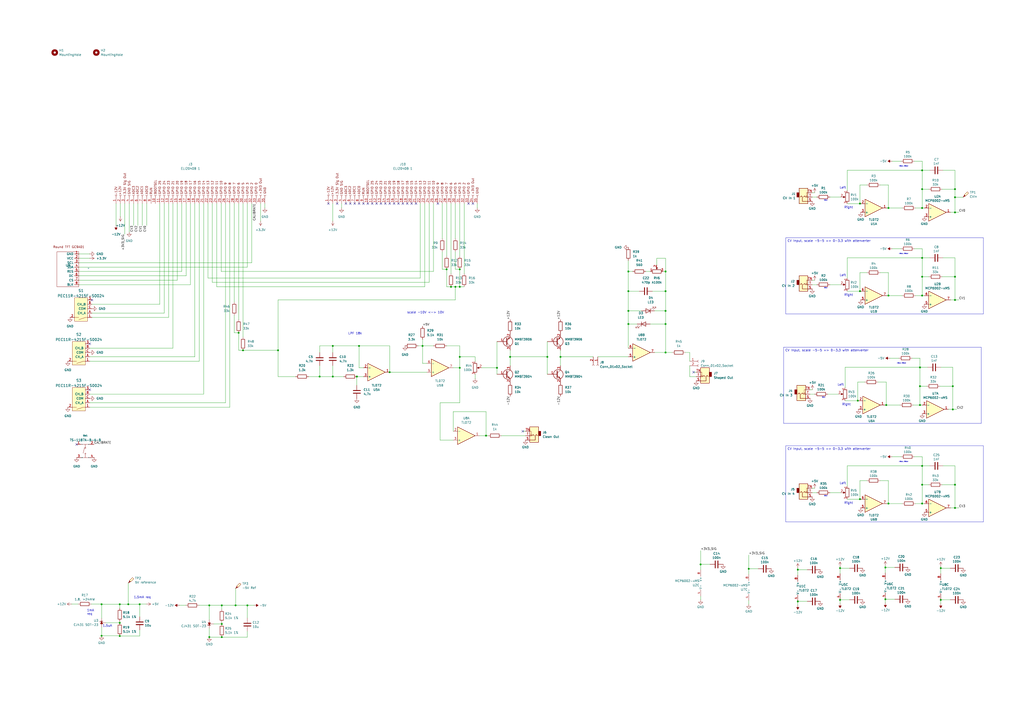
<source format=kicad_sch>
(kicad_sch (version 20231120) (generator "eeschema") (generator_version "8.0")
  (paper "A2")
  (junction (at 553.974 160.528))
  (junction (at 534.924 149.606))
  (junction (at 364.49 157.48))
  (junction (at 208.28 200.66))
  (junction (at 121.412 369.57))
  (junction (at 497.586 232.41))
  (junction (at 386.08 187.96))
  (junction (at 69.469 368.935))
  (junction (at 386.08 204.47))
  (junction (at 534.924 160.528))
  (junction (at 514.096 234.95))
  (junction (at 534.924 109.728))
  (junction (at 364.49 180.34))
  (junction (at 515.366 120.65))
  (junction (at 69.469 361.315))
  (junction (at 295.91 207.01))
  (junction (at 121.412 351.155))
  (junction (at 462.788 348.869))
  (junction (at 364.49 168.91))
  (junction (at 515.366 171.45))
  (junction (at 498.856 118.11))
  (junction (at 266.7 156.21))
  (junction (at 386.08 168.91))
  (junction (at 207.01 218.44))
  (junction (at 264.16 166.37))
  (junction (at 534.924 270.256))
  (junction (at 534.924 98.806))
  (junction (at 193.04 200.66))
  (junction (at 266.7 213.36))
  (junction (at 325.12 207.01))
  (junction (at 498.856 168.91))
  (junction (at 533.654 213.106))
  (junction (at 553.974 123.19))
  (junction (at 534.924 120.65))
  (junction (at 553.974 109.728))
  (junction (at 498.856 289.56))
  (junction (at 553.974 281.178))
  (junction (at 545.719 347.98))
  (junction (at 515.366 292.1))
  (junction (at 317.5 207.01))
  (junction (at 487.299 347.98))
  (junction (at 288.29 213.36))
  (junction (at 259.08 156.21))
  (junction (at 185.42 218.44))
  (junction (at 533.654 224.028))
  (junction (at 58.928 368.808))
  (junction (at 136.652 351.155))
  (junction (at 81.026 350.52))
  (junction (at 161.29 203.2))
  (junction (at 533.654 234.95))
  (junction (at 462.788 330.454))
  (junction (at 534.924 171.45))
  (junction (at 534.924 281.178))
  (junction (at 552.704 237.49))
  (junction (at 128.651 369.57))
  (junction (at 140.97 203.2))
  (junction (at 534.924 292.1))
  (junction (at 128.651 361.95))
  (junction (at 245.11 200.66))
  (junction (at 513.588 329.184))
  (junction (at 386.08 180.34))
  (junction (at 266.7 166.37))
  (junction (at 138.43 193.04))
  (junction (at 434.34 329.946))
  (junction (at 261.62 166.37))
  (junction (at 513.588 347.599))
  (junction (at 58.928 350.52))
  (junction (at 193.04 218.44))
  (junction (at 552.704 224.028))
  (junction (at 553.974 114.427))
  (junction (at 364.49 187.96))
  (junction (at 143.51 351.155))
  (junction (at 386.08 157.48))
  (junction (at 226.06 215.9))
  (junction (at 487.299 329.565))
  (junction (at 69.469 350.52))
  (junction (at 553.974 173.99))
  (junction (at 281.94 252.73))
  (junction (at 128.651 351.155))
  (junction (at 74.422 350.52))
  (junction (at 545.719 329.565))
  (junction (at 553.974 294.64))
  (junction (at 406.4 327.406))
  (junction (at 266.7 207.01))
  (no_connect (at 220.98 118.11))
  (no_connect (at 233.68 118.11))
  (no_connect (at 208.28 118.11))
  (no_connect (at 205.74 118.11))
  (no_connect (at 228.6 118.11))
  (no_connect (at 53.34 173.99))
  (no_connect (at 190.5 118.11))
  (no_connect (at 215.9 118.11))
  (no_connect (at 271.78 118.11))
  (no_connect (at 254 118.11))
  (no_connect (at 226.06 118.11))
  (no_connect (at 200.66 118.11))
  (no_connect (at 236.22 118.11))
  (no_connect (at 210.82 118.11))
  (no_connect (at 213.36 118.11))
  (no_connect (at 218.44 118.11))
  (no_connect (at 231.14 118.11))
  (no_connect (at 402.336 215.9))
  (no_connect (at 238.76 118.11))
  (no_connect (at 52.07 199.39))
  (no_connect (at 223.52 118.11))
  (no_connect (at 44.45 257.81))
  (no_connect (at 274.32 118.11))
  (no_connect (at 203.2 118.11))
  (no_connect (at 303.276 250.19))
  (no_connect (at 241.3 118.11))
  (no_connect (at 195.58 118.11))
  (no_connect (at 52.07 226.06))
  (wire (pts (xy 151.13 128.27) (xy 151.13 118.11)))
  (wire (pts (xy 208.28 213.36) (xy 208.28 200.66)))
  (wire (pts (xy 406.4 347.98) (xy 406.4 345.821)))
  (wire (pts (xy 546.989 270.256) (xy 553.974 270.256)))
  (wire (pts (xy 471.17 114.3) (xy 473.837 114.3)))
  (wire (pts (xy 317.5 207.01) (xy 317.5 198.12)))
  (wire (pts (xy 530.352 144.272) (xy 534.924 144.272)))
  (wire (pts (xy 140.97 203.2) (xy 161.29 203.2)))
  (wire (pts (xy 462.788 330.454) (xy 468.249 330.454)))
  (wire (pts (xy 120.65 161.29) (xy 243.84 161.29)))
  (wire (pts (xy 325.12 203.2) (xy 325.12 207.01)))
  (wire (pts (xy 491.49 149.606) (xy 491.49 161.29)))
  (wire (pts (xy 256.54 156.21) (xy 259.08 156.21)))
  (wire (pts (xy 491.49 118.11) (xy 498.856 118.11)))
  (wire (pts (xy 123.19 163.83) (xy 248.92 163.83)))
  (wire (pts (xy 121.412 369.57) (xy 121.412 364.49)))
  (wire (pts (xy 269.24 118.11) (xy 269.24 158.75)))
  (wire (pts (xy 208.28 200.66) (xy 226.06 200.66)))
  (wire (pts (xy 245.11 210.82) (xy 245.11 200.66)))
  (wire (pts (xy 400.05 204.47) (xy 397.51 204.47)))
  (wire (pts (xy 53.34 176.53) (xy 92.71 176.53)))
  (wire (pts (xy 364.49 180.34) (xy 372.11 180.34)))
  (wire (pts (xy 246.38 118.11) (xy 246.38 166.37)))
  (wire (pts (xy 74.422 338.201) (xy 74.422 350.52)))
  (wire (pts (xy 118.11 228.6) (xy 118.11 118.11)))
  (wire (pts (xy 74.422 350.52) (xy 69.469 350.52)))
  (wire (pts (xy 434.34 321.945) (xy 434.34 329.946)))
  (wire (pts (xy 264.16 166.37) (xy 264.16 173.99)))
  (wire (pts (xy 471.17 285.75) (xy 473.837 285.75)))
  (wire (pts (xy 553.974 160.528) (xy 553.974 173.99)))
  (wire (pts (xy 261.62 166.37) (xy 264.16 166.37)))
  (wire (pts (xy 513.588 329.184) (xy 519.049 329.184)))
  (wire (pts (xy 275.59 207.01) (xy 275.59 209.55)))
  (wire (pts (xy 128.651 351.155) (xy 121.412 351.155)))
  (wire (pts (xy 462.788 348.869) (xy 468.249 348.869)))
  (wire (pts (xy 255.27 233.68) (xy 255.27 255.27)))
  (wire (pts (xy 69.469 350.52) (xy 58.928 350.52)))
  (wire (pts (xy 545.719 213.106) (xy 552.704 213.106)))
  (wire (pts (xy 491.49 289.56) (xy 498.856 289.56)))
  (wire (pts (xy 264.16 118.11) (xy 264.16 138.43)))
  (wire (pts (xy 266.7 233.68) (xy 255.27 233.68)))
  (wire (pts (xy 514.477 120.65) (xy 515.366 120.65)))
  (wire (pts (xy 193.04 218.44) (xy 199.39 218.44)))
  (wire (pts (xy 552.704 224.028) (xy 545.211 224.028)))
  (wire (pts (xy 517.525 144.272) (xy 522.732 144.272)))
  (wire (pts (xy 498.856 168.91) (xy 499.237 168.91)))
  (wire (pts (xy 553.974 114.427) (xy 558.673 114.427)))
  (wire (pts (xy 487.299 328.549) (xy 487.299 329.565)))
  (wire (pts (xy 369.57 187.96) (xy 364.49 187.96)))
  (wire (pts (xy 102.87 118.11) (xy 102.87 162.56)))
  (wire (pts (xy 406.4 327.406) (xy 411.861 327.406)))
  (wire (pts (xy 551.434 173.99) (xy 553.974 173.99)))
  (wire (pts (xy 434.34 329.946) (xy 439.801 329.946)))
  (wire (pts (xy 553.974 98.806) (xy 553.974 109.728)))
  (wire (pts (xy 534.924 270.256) (xy 491.49 270.256)))
  (wire (pts (xy 45.72 160.02) (xy 107.95 160.02)))
  (wire (pts (xy 85.09 118.11) (xy 85.09 130.81)))
  (wire (pts (xy 281.94 238.76) (xy 281.94 252.73)))
  (wire (pts (xy 534.924 292.1) (xy 536.194 292.1)))
  (wire (pts (xy 514.477 171.45) (xy 515.366 171.45)))
  (wire (pts (xy 498.856 107.315) (xy 502.92 107.315)))
  (wire (pts (xy 534.924 149.606) (xy 534.924 160.528)))
  (wire (pts (xy 490.22 232.41) (xy 497.586 232.41)))
  (wire (pts (xy 207.01 218.44) (xy 207.01 223.52)))
  (wire (pts (xy 242.57 200.66) (xy 245.11 200.66)))
  (wire (pts (xy 406.4 327.406) (xy 406.4 330.581)))
  (wire (pts (xy 128.651 361.95) (xy 128.651 361.061)))
  (wire (pts (xy 538.861 160.528) (xy 534.924 160.528)))
  (wire (pts (xy 534.924 109.728) (xy 534.924 120.65)))
  (wire (pts (xy 530.987 292.1) (xy 534.924 292.1)))
  (wire (pts (xy 545.719 350.139) (xy 545.719 347.98)))
  (wire (pts (xy 80.01 118.11) (xy 80.01 130.81)))
  (wire (pts (xy 193.04 212.09) (xy 193.04 218.44)))
  (wire (pts (xy 386.08 180.34) (xy 386.08 187.96)))
  (wire (pts (xy 193.04 200.66) (xy 208.28 200.66)))
  (wire (pts (xy 295.91 207.01) (xy 317.5 207.01)))
  (wire (pts (xy 462.788 330.454) (xy 462.788 333.629)))
  (wire (pts (xy 226.06 200.66) (xy 226.06 215.9)))
  (wire (pts (xy 386.08 157.48) (xy 386.08 168.91)))
  (wire (pts (xy 534.924 98.806) (xy 491.49 98.806)))
  (wire (pts (xy 52.07 207.01) (xy 113.03 207.01)))
  (wire (pts (xy 534.924 144.272) (xy 534.924 149.606)))
  (wire (pts (xy 534.924 281.178) (xy 534.924 292.1)))
  (wire (pts (xy 69.088 368.935) (xy 69.469 368.935)))
  (wire (pts (xy 553.974 160.528) (xy 546.481 160.528)))
  (wire (pts (xy 364.49 180.34) (xy 364.49 187.96)))
  (wire (pts (xy 534.924 93.472) (xy 534.924 98.806)))
  (wire (pts (xy 487.299 350.139) (xy 487.299 347.98)))
  (wire (pts (xy 364.49 168.91) (xy 364.49 157.48)))
  (wire (pts (xy 515.366 278.765) (xy 515.366 292.1)))
  (wire (pts (xy 128.27 157.48) (xy 251.46 157.48)))
  (wire (pts (xy 193.04 204.47) (xy 193.04 200.66)))
  (wire (pts (xy 121.412 369.57) (xy 128.651 369.57)))
  (wire (pts (xy 381 153.67) (xy 381 149.86)))
  (wire (pts (xy 317.5 207.01) (xy 317.5 217.17)))
  (wire (pts (xy 491.49 168.91) (xy 498.856 168.91)))
  (wire (pts (xy 498.856 158.115) (xy 502.92 158.115)))
  (wire (pts (xy 105.41 118.11) (xy 105.41 157.48)))
  (wire (pts (xy 497.586 221.615) (xy 501.65 221.615)))
  (wire (pts (xy 266.7 213.36) (xy 262.89 213.36)))
  (wire (pts (xy 529.082 207.772) (xy 533.654 207.772)))
  (wire (pts (xy 81.026 350.52) (xy 74.422 350.52)))
  (wire (pts (xy 146.05 118.11) (xy 146.05 152.4)))
  (wire (pts (xy 515.366 292.1) (xy 523.367 292.1)))
  (wire (pts (xy 472.567 111.76) (xy 471.17 111.76)))
  (wire (pts (xy 136.652 351.155) (xy 128.651 351.155)))
  (wire (pts (xy 143.51 369.57) (xy 128.651 369.57)))
  (wire (pts (xy 210.82 213.36) (xy 208.28 213.36)))
  (wire (pts (xy 67.31 118.11) (xy 67.31 130.81)))
  (wire (pts (xy 386.08 187.96) (xy 386.08 204.47)))
  (wire (pts (xy 378.46 168.91) (xy 386.08 168.91)))
  (wire (pts (xy 534.924 98.806) (xy 534.924 109.728)))
  (wire (pts (xy 510.54 278.765) (xy 515.366 278.765)))
  (wire (pts (xy 128.27 118.11) (xy 128.27 157.48)))
  (wire (pts (xy 264.16 166.37) (xy 266.7 166.37)))
  (wire (pts (xy 386.08 149.86) (xy 386.08 157.48)))
  (wire (pts (xy 513.207 234.95) (xy 514.096 234.95)))
  (wire (pts (xy 281.94 252.73) (xy 278.13 252.73)))
  (wire (pts (xy 295.91 207.01) (xy 295.91 212.09)))
  (wire (pts (xy 104.013 351.155) (xy 107.823 351.155)))
  (wire (pts (xy 146.05 152.4) (xy 45.72 152.4)))
  (wire (pts (xy 533.654 213.106) (xy 538.099 213.106)))
  (wire (pts (xy 138.43 203.2) (xy 140.97 203.2)))
  (wire (pts (xy 69.469 361.315) (xy 68.961 361.315)))
  (wire (pts (xy 102.87 162.56) (xy 45.72 162.56)))
  (wire (pts (xy 266.7 166.37) (xy 269.24 166.37)))
  (wire (pts (xy 266.7 213.36) (xy 266.7 233.68)))
  (wire (pts (xy 115.57 209.55) (xy 115.57 118.11)))
  (wire (pts (xy 514.477 292.1) (xy 515.366 292.1)))
  (wire (pts (xy 133.35 236.22) (xy 133.35 118.11)))
  (wire (pts (xy 69.469 352.806) (xy 69.469 350.52)))
  (wire (pts (xy 346.71 207.01) (xy 364.49 207.01)))
  (wire (pts (xy 245.11 200.66) (xy 251.46 200.66)))
  (wire (pts (xy 400.05 209.55) (xy 400.05 204.47)))
  (wire (pts (xy 266.7 207.01) (xy 266.7 213.36)))
  (wire (pts (xy 110.49 165.1) (xy 45.72 165.1)))
  (wire (pts (xy 262.89 250.19) (xy 262.89 238.76)))
  (wire (pts (xy 515.366 171.45) (xy 523.367 171.45)))
  (wire (pts (xy 553.974 294.64) (xy 556.26 294.64)))
  (wire (pts (xy 534.924 98.806) (xy 539.369 98.806)))
  (wire (pts (xy 481.457 165.1) (xy 487.68 165.1)))
  (wire (pts (xy 179.07 218.44) (xy 185.42 218.44)))
  (wire (pts (xy 161.29 173.99) (xy 161.29 203.2)))
  (wire (pts (xy 45.72 147.32) (xy 52.07 147.32)))
  (wire (pts (xy 264.16 156.21) (xy 266.7 156.21)))
  (wire (pts (xy 325.12 207.01) (xy 344.17 207.01)))
  (wire (pts (xy 185.42 200.66) (xy 193.04 200.66)))
  (wire (pts (xy 402.463 215.9) (xy 403.86 215.9)))
  (wire (pts (xy 364.49 157.48) (xy 367.03 157.48)))
  (wire (pts (xy 52.07 233.68) (xy 130.81 233.68)))
  (wire (pts (xy 143.51 118.11) (xy 143.51 154.94)))
  (wire (pts (xy 498.856 278.765) (xy 502.92 278.765)))
  (wire (pts (xy 514.096 234.95) (xy 522.097 234.95)))
  (wire (pts (xy 68.961 361.315) (xy 68.961 361.188)))
  (wire (pts (xy 288.29 198.12) (xy 288.29 213.36)))
  (wire (pts (xy 400.05 218.44) (xy 400.05 212.09)))
  (wire (pts (xy 248.92 163.83) (xy 248.92 118.11)))
  (wire (pts (xy 545.719 329.565) (xy 545.719 332.74)))
  (wire (pts (xy 481.457 114.3) (xy 487.68 114.3)))
  (wire (pts (xy 553.974 281.178) (xy 553.974 294.64)))
  (wire (pts (xy 538.861 109.728) (xy 534.924 109.728)))
  (wire (pts (xy 261.62 118.11) (xy 261.62 158.75)))
  (wire (pts (xy 69.85 125.73) (xy 69.85 118.11)))
  (wire (pts (xy 472.567 162.56) (xy 471.17 162.56)))
  (wire (pts (xy 534.924 270.256) (xy 539.369 270.256)))
  (wire (pts (xy 377.19 187.96) (xy 386.08 187.96)))
  (wire (pts (xy 52.07 236.22) (xy 133.35 236.22)))
  (wire (pts (xy 533.654 224.028) (xy 533.654 234.95)))
  (wire (pts (xy 266.7 156.21) (xy 266.7 166.37)))
  (wire (pts (xy 515.366 107.315) (xy 515.366 120.65)))
  (wire (pts (xy 379.73 180.34) (xy 386.08 180.34)))
  (wire (pts (xy 52.07 201.93) (xy 100.33 201.93)))
  (wire (pts (xy 364.49 168.91) (xy 364.49 180.34)))
  (wire (pts (xy 462.788 329.438) (xy 462.788 330.454)))
  (wire (pts (xy 517.525 93.472) (xy 522.732 93.472)))
  (wire (pts (xy 551.434 123.19) (xy 553.974 123.19)))
  (wire (pts (xy 471.17 165.1) (xy 473.837 165.1)))
  (wire (pts (xy 110.49 118.11) (xy 110.49 165.1)))
  (wire (pts (xy 546.989 149.606) (xy 553.974 149.606)))
  (wire (pts (xy 69.469 361.315) (xy 69.469 360.426)))
  (wire (pts (xy 259.08 156.21) (xy 259.08 166.37)))
  (wire (pts (xy 534.924 160.528) (xy 534.924 171.45)))
  (wire (pts (xy 534.924 149.606) (xy 491.49 149.606)))
  (wire (pts (xy 259.08 200.66) (xy 266.7 200.66)))
  (wire (pts (xy 185.42 218.44) (xy 193.04 218.44)))
  (wire (pts (xy 74.93 134.62) (xy 74.93 118.11)))
  (wire (pts (xy 120.65 118.11) (xy 120.65 161.29)))
  (wire (pts (xy 552.704 224.028) (xy 552.704 237.49)))
  (wire (pts (xy 185.42 212.09) (xy 185.42 218.44)))
  (wire (pts (xy 498.856 289.56) (xy 499.237 289.56)))
  (wire (pts (xy 135.89 118.11) (xy 135.89 175.26)))
  (wire (pts (xy 364.49 168.91) (xy 370.84 168.91)))
  (wire (pts (xy 125.73 166.37) (xy 125.73 118.11)))
  (wire (pts (xy 130.81 233.68) (xy 130.81 118.11)))
  (wire (pts (xy 72.39 118.11) (xy 72.39 135.89)))
  (wire (pts (xy 434.34 350.52) (xy 434.34 348.361)))
  (wire (pts (xy 481.457 285.75) (xy 487.68 285.75)))
  (wire (pts (xy 92.71 176.53) (xy 92.71 118.11)))
  (wire (pts (xy 256.54 146.05) (xy 256.54 156.21)))
  (wire (pts (xy 69.088 368.935) (xy 69.088 368.808)))
  (wire (pts (xy 143.51 351.155) (xy 136.652 351.155)))
  (wire (pts (xy 207.01 218.44) (xy 210.82 218.44)))
  (wire (pts (xy 53.34 184.15) (xy 97.79 184.15)))
  (wire (pts (xy 389.89 204.47) (xy 386.08 204.47)))
  (wire (pts (xy 510.54 158.115) (xy 515.366 158.115)))
  (wire (pts (xy 81.026 350.393) (xy 84.836 350.393)))
  (wire (pts (xy 121.412 351.155) (xy 121.412 359.41)))
  (wire (pts (xy 276.86 118.11) (xy 276.86 120.65)))
  (wire (pts (xy 143.51 366.141) (xy 143.51 369.57)))
  (wire (pts (xy 553.974 123.19) (xy 556.26 123.19)))
  (wire (pts (xy 77.47 118.11) (xy 77.47 130.81)))
  (wire (pts (xy 58.928 350.52) (xy 58.928 350.393)))
  (wire (pts (xy 245.11 196.85) (xy 245.11 200.66)))
  (wire (pts (xy 115.443 351.155) (xy 121.412 351.155)))
  (wire (pts (xy 140.97 118.11) (xy 140.97 195.58)))
  (wire (pts (xy 530.352 264.922) (xy 534.924 264.922)))
  (wire (pts (xy 185.42 204.47) (xy 185.42 200.66)))
  (wire (pts (xy 546.989 98.806) (xy 553.974 98.806)))
  (wire (pts (xy 143.51 358.521) (xy 143.51 351.155)))
  (wire (pts (xy 534.924 149.606) (xy 539.369 149.606)))
  (wire (pts (xy 247.65 210.82) (xy 245.11 210.82)))
  (wire (pts (xy 537.591 224.028) (xy 533.654 224.028)))
  (wire (pts (xy 553.974 149.606) (xy 553.974 160.528)))
  (wire (pts (xy 266.7 200.66) (xy 266.7 207.01)))
  (wire (pts (xy 266.7 207.01) (xy 275.59 207.01)))
  (wire (pts (xy 530.987 171.45) (xy 534.924 171.45)))
  (wire (pts (xy 515.366 120.65) (xy 523.367 120.65)))
  (wire (pts (xy 490.22 213.106) (xy 490.22 224.79)))
  (wire (pts (xy 533.654 234.95) (xy 534.924 234.95)))
  (wire (pts (xy 469.9 228.6) (xy 472.567 228.6)))
  (wire (pts (xy 462.788 351.028) (xy 462.788 348.869)))
  (wire (pts (xy 491.49 98.806) (xy 491.49 110.49)))
  (wire (pts (xy 381 149.86) (xy 386.08 149.86)))
  (wire (pts (xy 472.567 283.21) (xy 471.17 283.21)))
  (wire (pts (xy 95.25 181.61) (xy 95.25 118.11)))
  (wire (pts (xy 517.525 264.922) (xy 522.732 264.922)))
  (wire (pts (xy 553.974 270.256) (xy 553.974 281.178)))
  (wire (pts (xy 82.55 118.11) (xy 82.55 130.81)))
  (wire (pts (xy 530.352 93.472) (xy 534.924 93.472)))
  (wire (pts (xy 497.586 232.41) (xy 497.967 232.41)))
  (wire (pts (xy 97.79 184.15) (xy 97.79 118.11)))
  (wire (pts (xy 295.91 203.2) (xy 295.91 207.01)))
  (wire (pts (xy 553.974 114.427) (xy 553.974 109.728)))
  (wire (pts (xy 374.65 157.48) (xy 377.19 157.48)))
  (wire (pts (xy 105.41 157.48) (xy 45.72 157.48)))
  (wire (pts (xy 498.856 158.115) (xy 498.856 168.91)))
  (wire (pts (xy 279.4 213.36) (xy 288.29 213.36)))
  (wire (pts (xy 81.026 357.759) (xy 81.026 350.52)))
  (wire (pts (xy 143.51 154.94) (xy 45.72 154.94)))
  (wire (pts (xy 533.654 213.106) (xy 533.654 224.028)))
  (wire (pts (xy 226.06 215.9) (xy 247.65 215.9)))
  (wire (pts (xy 255.27 255.27) (xy 262.89 255.27)))
  (wire (pts (xy 107.95 118.11) (xy 107.95 160.02)))
  (wire (pts (xy 161.29 203.2) (xy 161.29 218.44)))
  (wire (pts (xy 487.299 329.565) (xy 487.299 332.74)))
  (wire (pts (xy 128.651 361.95) (xy 123.952 361.95)))
  (wire (pts (xy 534.924 264.922) (xy 534.924 270.256)))
  (wire (pts (xy 534.924 270.256) (xy 534.924 281.178)))
  (wire (pts (xy 364.49 187.96) (xy 364.49 201.93)))
  (wire (pts (xy 545.719 347.98) (xy 551.18 347.98)))
  (wire (pts (xy 514.096 221.615) (xy 514.096 234.95)))
  (wire (pts (xy 553.974 109.728) (xy 546.481 109.728)))
  (wire (pts (xy 533.654 207.772) (xy 533.654 213.106)))
  (wire (pts (xy 259.08 118.11) (xy 259.08 148.59)))
  (wire (pts (xy 246.38 166.37) (xy 125.73 166.37)))
  (wire (pts (xy 52.959 350.393) (xy 58.928 350.393)))
  (wire (pts (xy 384.81 157.48) (xy 386.08 157.48)))
  (wire (pts (xy 193.04 128.27) (xy 193.04 118.11)))
  (wire (pts (xy 513.588 328.168) (xy 513.588 329.184)))
  (wire (pts (xy 552.704 213.106) (xy 552.704 224.028)))
  (wire (pts (xy 498.856 278.765) (xy 498.856 289.56)))
  (wire (pts (xy 138.43 193.04) (xy 138.43 203.2)))
  (wire (pts (xy 538.861 281.178) (xy 534.924 281.178)))
  (wire (pts (xy 498.856 107.315) (xy 498.856 118.11)))
  (wire (pts (xy 534.924 120.65) (xy 536.194 120.65)))
  (wire (pts (xy 509.27 221.615) (xy 514.096 221.615)))
  (wire (pts (xy 545.719 328.549) (xy 545.719 329.565)))
  (wire (pts (xy 153.67 118.11) (xy 153.67 120.65)))
  (wire (pts (xy 123.19 118.11) (xy 123.19 163.83)))
  (wire (pts (xy 303.403 250.19) (xy 304.8 250.19)))
  (wire (pts (xy 138.43 118.11) (xy 138.43 185.42)))
  (wire (pts (xy 161.29 218.44) (xy 171.45 218.44)))
  (wire (pts (xy 275.59 219.71) (xy 275.59 217.17)))
  (wire (pts (xy 290.83 252.73) (xy 304.8 252.73)))
  (wire (pts (xy 281.94 252.73) (xy 283.21 252.73)))
  (wire (pts (xy 553.974 173.99) (xy 556.26 173.99)))
  (wire (pts (xy 128.651 353.441) (xy 128.651 351.155)))
  (wire (pts (xy 135.89 182.88) (xy 135.89 193.04)))
  (wire (pts (xy 52.07 209.55) (xy 115.57 209.55)))
  (wire (pts (xy 550.164 237.49) (xy 552.704 237.49)))
  (wire (pts (xy 471.297 226.06) (xy 469.9 226.06)))
  (wire (pts (xy 513.588 329.184) (xy 513.588 332.359)))
  (wire (pts (xy 198.12 118.11) (xy 198.12 120.65)))
  (wire (pts (xy 487.299 329.565) (xy 492.76 329.565)))
  (wire (pts (xy 251.46 157.48) (xy 251.46 118.11)))
  (wire (pts (xy 325.12 207.01) (xy 325.12 212.09)))
  (wire (pts (xy 259.08 166.37) (xy 261.62 166.37)))
  (wire (pts (xy 534.924 171.45) (xy 536.194 171.45)))
  (wire (pts (xy 487.299 347.98) (xy 492.76 347.98)))
  (wire (pts (xy 553.974 123.19) (xy 553.974 114.427)))
  (wire (pts (xy 530.987 120.65) (xy 534.924 120.65)))
  (wire (pts (xy 364.49 151.13) (xy 364.49 157.48)))
  (wire (pts (xy 497.586 221.615) (xy 497.586 232.41)))
  (wire (pts (xy 45.72 149.86) (xy 52.07 149.86)))
  (wire (pts (xy 58.928 350.52) (xy 58.928 358.648)))
  (wire (pts (xy 516.255 207.772) (xy 521.462 207.772)))
  (wire (pts (xy 81.026 368.935) (xy 69.469 368.935)))
  (wire (pts (xy 498.856 118.11) (xy 499.237 118.11)))
  (wire (pts (xy 58.928 368.808) (xy 58.928 363.728)))
  (wire (pts (xy 491.49 270.256) (xy 491.49 281.94)))
  (wire (pts (xy 266.7 118.11) (xy 266.7 148.59)))
  (wire (pts (xy 68.961 361.188) (xy 61.468 361.188)))
  (wire (pts (xy 143.51 351.155) (xy 147.32 351.155)))
  (wire (pts (xy 135.89 193.04) (xy 138.43 193.04)))
  (wire (pts (xy 41.529 350.393) (xy 45.339 350.393)))
  (wire (pts (xy 480.187 228.6) (xy 486.41 228.6)))
  (wire (pts (xy 69.088 368.808) (xy 58.928 368.808)))
  (wire (pts (xy 386.08 168.91) (xy 386.08 180.34)))
  (wire (pts (xy 100.33 201.93) (xy 100.33 118.11)))
  (wire (pts (xy 113.03 207.01) (xy 113.03 118.11)))
  (wire (pts (xy 551.434 294.64) (xy 553.974 294.64)))
  (wire (pts (xy 264.16 146.05) (xy 264.16 156.21)))
  (wire (pts (xy 552.704 237.49) (xy 554.99 237.49)))
  (wire (pts (xy 553.974 281.178) (xy 546.481 281.178)))
  (wire (pts (xy 136.652 341.376) (xy 136.652 351.155)))
  (wire (pts (xy 513.588 349.758) (xy 513.588 347.599)))
  (wire (pts (xy 256.54 118.11) (xy 256.54 138.43)))
  (wire (pts (xy 53.34 181.61) (xy 95.25 181.61)))
  (wire (pts (xy 81.026 365.379) (xy 81.026 368.935)))
  (wire (pts (xy 400.05 218.44) (xy 403.86 218.44)))
  (wire (pts (xy 513.588 347.599) (xy 519.049 347.599)))
  (wire (pts (xy 533.654 213.106) (xy 490.22 213.106)))
  (wire (pts (xy 379.73 204.47) (xy 386.08 204.47)))
  (wire (pts (xy 243.84 161.29) (xy 243.84 118.11)))
  (wire (pts (xy 52.07 228.6) (xy 118.11 228.6)))
  (wire (pts (xy 406.4 319.405) (xy 406.4 327.406)))
  (wire (pts (xy 264.16 173.99) (xy 161.29 173.99)))
  (wire (pts (xy 81.026 350.52) (xy 81.026 350.393)))
  (wire (pts (xy 545.719 329.565) (xy 551.18 329.565)))
  (wire (pts (xy 510.54 107.315) (xy 515.366 107.315)))
  (wire (pts (xy 262.89 238.76) (xy 281.94 238.76)))
  (wire (pts (xy 529.717 234.95) (xy 533.654 234.95)))
  (wire (pts (xy 515.366 158.115) (xy 515.366 171.45)))
  (wire (pts (xy 434.34 329.946) (xy 434.34 333.121)))
  (wire (pts (xy 288.29 213.36) (xy 288.29 217.17)))
  (text_box "CV Input, scale -5-5 => 0-3.3 with attenverter" (at 455.803 258.572 0) (size 114.681 44.196) (effects (font (size 1.27 1.27)) (justify left top)))
  (text_box "CV Input, scale -5-5 => 0-3.3 with attenverter" (at 455.803 137.922 0) (size 114.681 44.196) (effects (font (size 1.27 1.27)) (justify left top)))
  (text_box "CV Input, scale -5-5 => 0-3.3 with attenverter" (at 454.533 201.422 0) (size 114.681 44.196) (effects (font (size 1.27 1.27)) (justify left top)))
  (text "Right" (at 488.442 235.458 0) (effects (font (size 1.27 1.27)) (justify left bottom)))
  (text "1.5mA req\n" (at 77.597 347.345 0) (effects (font (size 1.27 1.27)) (justify left bottom)))
  (text "50uA" (at 476.758 230.886 0) (effects (font (size 0.5 0.5)) (justify left bottom)))
  (text "50uA" (at 478.028 116.586 0) (effects (font (size 0.5 0.5)) (justify left bottom)))
  (text "Left" (at 487.045 160.528 0) (effects (font (size 1.27 1.27)) (justify left bottom)))
  (text "1mA \nreq" (at 50.419 356.997 0) (effects (font (size 1.27 1.27)) (justify left bottom)))
  (text "-50uA, 250uW" (at 519.938 211.074 0) (effects (font (size 0.5 0.5)) (justify left bottom)))
  (text "Left" (at 487.045 281.178 0) (effects (font (size 1.27 1.27)) (justify left bottom)))
  (text "LPF 18k\n" (at 205.994 193.548 0) (effects (font (size 1.27 1.27))))
  (text "-50uA, 250uW" (at 521.208 268.224 0) (effects (font (size 0.5 0.5)) (justify left bottom)))
  (text "Right" (at 489.712 121.158 0) (effects (font (size 1.27 1.27)) (justify left bottom)))
  (text "50uA" (at 478.028 167.386 0) (effects (font (size 0.5 0.5)) (justify left bottom)))
  (text "Right" (at 489.712 171.958 0) (effects (font (size 1.27 1.27)) (justify left bottom)))
  (text "-50uA, 250uW" (at 521.208 96.774 0) (effects (font (size 0.5 0.5)) (justify left bottom)))
  (text "-50uA, 250uW" (at 521.208 147.574 0) (effects (font (size 0.5 0.5)) (justify left bottom)))
  (text "Right" (at 489.712 292.608 0) (effects (font (size 1.27 1.27)) (justify left bottom)))
  (text "Left" (at 485.775 224.028 0) (effects (font (size 1.27 1.27)) (justify left bottom)))
  (text "1.5uA\n" (at 59.563 363.855 0) (effects (font (size 1.27 1.27)) (justify left bottom)))
  (text "50uA" (at 478.028 288.036 0) (effects (font (size 0.5 0.5)) (justify left bottom)))
  (text "scale -10V <-> 10V" (at 246.888 181.356 0) (effects (font (size 1.27 1.27))))
  (text "Left" (at 487.045 109.728 0) (effects (font (size 1.27 1.27)) (justify left bottom)))
  (label "+3V3_SIG" (at 406.4 319.405 0))
  (label "CV1" (at 82.55 130.81 270))
  (label "CV0" (at 556.26 123.19 0))
  (label "CV1" (at 556.26 173.99 0))
  (label "+5V" (at 245.11 189.23 0))
  (label "CV2" (at 80.01 130.81 270))
  (label "+3V3_SIG" (at 434.34 321.945 0))
  (label "CV0" (at 85.09 130.81 270))
  (label "+12V" (at 325.12 185.42 90))
  (label "CV3" (at 556.26 294.64 0))
  (label "CV3" (at 77.47 130.81 270))
  (label "+12V" (at 295.91 185.42 90))
  (label "-12V" (at 295.91 229.87 270))
  (label "+3V3_SIG" (at 72.39 135.89 270))
  (label "-12V" (at 325.12 229.87 270))
  (label "CV2" (at 554.99 237.49 0))
  (label "CALIBRATE" (at 148.59 118.11 270))
  (label "CALIBRATE" (at 54.61 257.81 0))
  (symbol (lib_id "power:GND") (at 39.37 236.22 0) (unit 1)
    (property "Reference" "#PWR068" (effects (hide yes)))
    (property "Value" "GND" (at 39.37 241.3 0))
    (property "Description" "Power symbol creates a global label with name \"GND\" , ground" (effects (hide yes)))
  )
  (symbol (lib_id "power:-5V") (at 147.32 351.155 270) (unit 1)
    (property "Reference" "#PWR029" (effects (hide yes)))
    (property "Value" "-5V" (at 150.495 351.155 90) (effects (justify left)))
  )
  (symbol (lib_name "GND_5") (lib_id "power:GND") (at 54.61 265.43 0) (unit 1)
    (property "Reference" "#PWR071" (effects (hide yes)))
    (property "Value" "GND" (at 54.61 270.51 0))
    (property "Description" "Power symbol creates a global label with name \"GND\" , ground" (effects (hide yes)))
  )
  (symbol (lib_id "power:+5V") (at 471.297 226.06 0) (unit 1)
    (property "Reference" "#PWR022" (effects (hide yes)))
    (property "Value" "+5V" (at 471.297 221.9269 0))
  )
  (symbol (lib_id "Connector:TestPoint_Probe") (at 558.673 114.427 0) (unit 1)
    (property "Reference" "TP1" (at 562.483 111.6274 0) (effects (justify left)))
    (property "Value" "CVIn" (at 562.483 114.0516 0) (effects (justify left)))
    (property "Footprint" "TestPoint:TestPoint_Pad_1.0x1.0mm" (effects (hide yes)))
  )
  (symbol (lib_id "Connector:AudioJack2_SwitchT") (at 309.88 252.73 180) (unit 1)
    (property "Reference" "J6" (at 314.706 250.8249 0) (effects (justify right)))
    (property "Value" "Clean Out" (at 314.706 253.3649 0) (effects (justify right)))
    (property "Footprint" "Connector_Audio:Jack_3.5mm_QingPu_WQP-PJ398SM_Vertical_CircularHoles" (effects (hide yes)))
  )
  (symbol (lib_id "power:GND") (at 406.4 347.98 0) (unit 1)
    (property "Reference" "#PWR031" (effects (hide yes)))
    (property "Value" "GND" (at 406.4 352.1131 0))
  )
  (symbol (lib_id "Mechanical:MountingHole") (at 55.88 30.48 0) (unit 1) (exclude_from_sim yes) (in_bom no)
    (property "Reference" "H2" (at 58.42 29.2099 0) (effects (justify left)))
    (property "Value" "MountingHole" (at 58.42 31.7499 0) (effects (justify left)))
    (property "Footprint" "MountingHole:MountingHole_3.2mm_M3_DIN965" (effects (hide yes)))
    (property "Description" "Mounting Hole without connection" (effects (hide yes)))
  )
  (symbol (lib_id "power:GND") (at 52.07 147.32 90) (unit 1)
    (property "Reference" "#PWR061" (effects (hide yes)))
    (property "Value" "GND" (at 55.88 147.3199 90) (effects (justify right)))
    (property "Description" "Power symbol creates a global label with name \"GND\" , ground" (effects (hide yes)))
  )
  (symbol (lib_id "power:+5V") (at 472.567 162.56 0) (unit 1)
    (property "Reference" "#PWR04" (effects (hide yes)))
    (property "Value" "+5V" (at 472.567 158.4269 0))
  )
  (symbol (lib_id "Device:R") (at 526.542 144.272 90) (unit 1)
    (property "Reference" "R6" (at 526.542 139.1117 90))
    (property "Value" "100k" (at 526.542 141.5359 90))
    (property "Footprint" "Resistor_SMD:R_0402_1005Metric" (effects (hide yes)))
  )
  (symbol (lib_id "Device:R_Potentiometer") (at 491.49 114.3 0) (mirror y) (unit 1)
    (property "Reference" "RV1" (at 493.268 113.0879 0) (effects (justify right)))
    (property "Value" "100k" (at 493.268 115.5121 0) (effects (justify right)))
    (property "Footprint" "Eurocad:Alpha9mmPot" (effects (hide yes)))
  )
  (symbol (lib_id "power:-12V") (at 487.299 350.139 180) (unit 1)
    (property "Reference" "#PWR041" (effects (hide yes)))
    (property "Value" "-12V" (at 487.299 354.2721 0))
  )
  (symbol (lib_id "Device:R") (at 245.11 193.04 0) (unit 1)
    (property "Reference" "R29" (at 247.65 191.7699 0) (effects (justify left)))
    (property "Value" "5.1k" (at 247.65 194.3099 0) (effects (justify left)))
    (property "Footprint" "Resistor_SMD:R_0603_1608Metric" (effects (hide yes)))
    (property "Description" "Resistor" (effects (hide yes)))
  )
  (symbol (lib_id "Device:R") (at 264.16 142.24 0) (unit 1)
    (property "Reference" "R14" (at 266.7 140.9699 0) (effects (justify left)))
    (property "Value" "33k" (at 266.7 143.5099 0) (effects (justify left)))
    (property "Footprint" "Resistor_SMD:R_0603_1608Metric" (effects (hide yes)))
    (property "Description" "Resistor" (effects (hide yes)))
  )
  (symbol (lib_id "power:+5V") (at 472.567 111.76 0) (unit 1)
    (property "Reference" "#PWR03" (effects (hide yes)))
    (property "Value" "+5V" (at 472.567 107.6269 0))
  )
  (symbol (lib_id "Device:C") (at 543.179 270.256 270) (unit 1)
    (property "Reference" "C25" (at 543.179 263.9527 90))
    (property "Value" "1nF" (at 543.179 266.3769 90))
    (property "Footprint" "Capacitor_SMD:C_0402_1005Metric" (effects (hide yes)))
  )
  (symbol (lib_id "Device:R") (at 261.62 162.56 0) (unit 1)
    (property "Reference" "R13" (at 264.16 161.2899 0) (effects (justify left)))
    (property "Value" "33k" (at 264.16 163.8299 0) (effects (justify left)))
    (property "Footprint" "Resistor_SMD:R_0603_1608Metric" (effects (hide yes)))
    (property "Description" "Resistor" (effects (hide yes)))
  )
  (symbol (lib_id "Device:C") (at 472.059 348.869 270) (unit 1)
    (property "Reference" "C17" (at 472.059 342.5657 90))
    (property "Value" "100n" (at 472.059 344.9899 90))
    (property "Footprint" "Capacitor_SMD:C_0603_1608Metric" (effects (hide yes)))
  )
  (symbol (lib_id "Device:R") (at 238.76 200.66 90) (unit 1)
    (property "Reference" "R27" (at 238.76 194.31 90))
    (property "Value" "3.3k" (at 238.76 196.85 90))
    (property "Footprint" "Resistor_SMD:R_0603_1608Metric" (effects (hide yes)))
    (property "Description" "Resistor" (effects (hide yes)))
  )
  (symbol (lib_id "Connector:TestPoint_Probe") (at 74.422 338.201 0) (unit 1)
    (property "Reference" "TP2" (at 78.232 335.4014 0) (effects (justify left)))
    (property "Value" "5V reference" (at 78.232 337.8256 0) (effects (justify left)))
    (property "Footprint" "TestPoint:TestPoint_Pad_1.0x1.0mm" (effects (hide yes)))
  )
  (symbol (lib_id "Device:C") (at 472.059 330.454 270) (unit 1)
    (property "Reference" "C16" (at 472.059 324.1507 90))
    (property "Value" "100n" (at 472.059 326.5749 90))
    (property "Footprint" "Capacitor_SMD:C_0603_1608Metric" (effects (hide yes)))
  )
  (symbol (lib_id "Device:R") (at 506.73 278.765 90) (unit 1)
    (property "Reference" "R38" (at 506.73 273.6047 90))
    (property "Value" "100k" (at 506.73 276.0289 90))
    (property "Footprint" "Resistor_SMD:R_0402_1005Metric" (effects (hide yes)))
  )
  (symbol (lib_id "Amplifier_Operational:MCP6002-xMS") (at 543.814 294.64 0) (mirror x) (unit 2)
    (property "Reference" "U7" (at 543.814 285.4157 0))
    (property "Value" "MCP6002-xMS" (at 543.814 287.8399 0))
    (property "Footprint" "Package_SO:MSOP-8_3x3mm_P0.65mm" (effects (hide yes)))
    (property "Datasheet" "http://ww1.microchip.com/downloads/en/DeviceDoc/21733j.pdf" (effects (hide yes)))
  )
  (symbol (lib_id "Device:R") (at 542.671 109.728 90) (unit 1)
    (property "Reference" "R10" (at 542.671 104.5677 90))
    (property "Value" "33k" (at 542.671 106.9919 90))
    (property "Footprint" "Resistor_SMD:R_0402_1005Metric" (effects (hide yes)))
  )
  (symbol (lib_id "Transistor_BJT:MMBT3904") (at 322.58 217.17 0) (unit 1)
    (property "Reference" "Q4" (at 327.66 215.8999 0) (effects (justify left)))
    (property "Value" "MMBT3904" (at 327.66 218.4399 0) (effects (justify left)))
    (property "Footprint" "Package_TO_SOT_SMD:SOT-23" (effects (hide yes)))
    (property "Datasheet" "https://www.onsemi.com/pdf/datasheet/pzt3904-d.pdf" (effects (hide yes)))
    (property "Description" "0.2A Ic, 40V Vce, Small Signal NPN Transistor, SOT-23" (effects (hide yes)))
  )
  (symbol (lib_id "Device:C") (at 554.99 329.565 270) (unit 1)
    (property "Reference" "C23" (at 554.99 323.2617 90))
    (property "Value" "100n" (at 554.99 325.6859 90))
    (property "Footprint" "Capacitor_SMD:C_0603_1608Metric" (effects (hide yes)))
  )
  (symbol (lib_id "power:GND") (at 558.8 347.98 0) (unit 1)
    (property "Reference" "#PWR057" (effects (hide yes)))
    (property "Value" "GND" (at 558.8 352.1131 0))
  )
  (symbol (lib_id "power:+3.3V") (at 52.07 149.86 270) (unit 1)
    (property "Reference" "#PWR060" (effects (hide yes)))
    (property "Value" "+3.3V" (at 55.88 149.8599 90) (effects (justify left)))
    (property "Description" "Power symbol creates a global label with name \"+3.3V\"" (effects (hide yes)))
  )
  (symbol (lib_id "Amplifier_Operational:MCP6002-xMS") (at 542.544 237.49 0) (mirror x) (unit 1)
    (property "Reference" "U7" (at 542.544 228.2657 0))
    (property "Value" "MCP6002-xMS" (at 542.544 230.6899 0))
    (property "Footprint" "Package_SO:MSOP-8_3x3mm_P0.65mm" (effects (hide yes)))
    (property "Datasheet" "http://ww1.microchip.com/downloads/en/DeviceDoc/21733j.pdf" (effects (hide yes)))
  )
  (symbol (lib_id "Device:R") (at 256.54 142.24 0) (unit 1)
    (property "Reference" "R9" (at 254 140.9699 0) (effects (justify right)))
    (property "Value" "33k" (at 254 143.5099 0) (effects (justify right)))
    (property "Footprint" "Resistor_SMD:R_0603_1608Metric" (effects (hide yes)))
    (property "Description" "Resistor" (effects (hide yes)))
  )
  (symbol (lib_id "Device:R") (at 128.651 357.251 0) (unit 1)
    (property "Reference" "R24" (at 130.429 356.0389 0) (effects (justify left)))
    (property "Value" "5.1k 1%" (at 130.429 358.4631 0) (effects (justify left)))
    (property "Footprint" "Resistor_SMD:R_0402_1005Metric" (effects (hide yes)))
  )
  (symbol (lib_id "Amplifier_Operational:MCP6002-xMS") (at 543.814 123.19 0) (mirror x) (unit 1)
    (property "Reference" "U2" (at 543.814 113.9657 0))
    (property "Value" "MCP6002-xMS" (at 543.814 116.3899 0))
    (property "Footprint" "Package_SO:MSOP-8_3x3mm_P0.65mm" (effects (hide yes)))
    (property "Datasheet" "http://ww1.microchip.com/downloads/en/DeviceDoc/21733j.pdf" (effects (hide yes)))
  )
  (symbol (lib_id "emutelab:CJ431 SOT-23") (at 58.928 361.188 270) (mirror x) (unit 1)
    (property "Reference" "U3" (at 57.1501 359.9759 90) (effects (justify right)))
    (property "Value" "CJ431 SOT-23" (at 57.1501 362.4001 90) (effects (justify right)))
    (property "Footprint" "Package_TO_SOT_SMD:SOT-23" (effects (hide yes)))
    (property "Datasheet" "http://www.ti.com/lit/ds/symlink/tl431.pdf" (effects (hide yes)))
  )
  (symbol (lib_id "power:-12V") (at 545.719 350.139 180) (unit 1)
    (property "Reference" "#PWR054" (effects (hide yes)))
    (property "Value" "-12V" (at 545.719 354.2721 0))
  )
  (symbol (lib_id "Device:R") (at 541.401 224.028 90) (unit 1)
    (property "Reference" "R32" (at 541.401 218.8677 90))
    (property "Value" "33k" (at 541.401 221.2919 90))
    (property "Footprint" "Resistor_SMD:R_0402_1005Metric" (effects (hide yes)))
  )
  (symbol (lib_id "Amplifier_Operational:TL072") (at 255.27 213.36 0) (mirror x) (unit 2)
    (property "Reference" "U5" (at 255.27 223.52 0))
    (property "Value" "TL072" (at 255.27 220.98 0))
    (property "Footprint" "Package_SO:SO-8_3.9x4.9mm_P1.27mm" (effects (hide yes)))
    (property "Datasheet" "http://www.ti.com/lit/ds/symlink/tl071.pdf" (effects (hide yes)))
  )
  (symbol (lib_id "power:-5V") (at 517.525 144.272 90) (unit 1)
    (property "Reference" "#PWR013" (effects (hide yes)))
    (property "Value" "-5V" (at 514.3501 144.272 90) (effects (justify left)))
  )
  (symbol (lib_id "emutelab:ELI2040_B") (at 231.14 113.03 90) (unit 1)
    (property "Reference" "J10" (at 233.68 95.25 90))
    (property "Value" "ELI2040B 1" (at 233.68 97.79 90))
    (property "Footprint" "Connector_PinSocket_2.54mm:PinSocket_1x35_P2.54mm_Vertical" (effects (hide yes)))
    (property "Description" "ELI2040" (effects (hide yes)))
  )
  (symbol (lib_id "Device:R_Potentiometer") (at 491.49 165.1 0) (mirror y) (unit 1)
    (property "Reference" "RV2" (at 493.268 163.8879 0) (effects (justify right)))
    (property "Value" "100k" (at 493.268 166.3121 0) (effects (justify right)))
    (property "Footprint" "Eurocad:Alpha9mmPot" (effects (hide yes)))
  )
  (symbol (lib_id "power:GND") (at 207.01 231.14 0) (unit 1)
    (property "Reference" "#PWR024" (effects (hide yes)))
    (property "Value" "GND" (at 207.01 236.22 0))
    (property "Description" "Power symbol creates a global label with name \"GND\" , ground" (effects (hide yes)))
  )
  (symbol (lib_id "power:GND") (at 74.93 134.62 0) (unit 1)
    (property "Reference" "#PWR07" (effects (hide yes)))
    (property "Value" "GND" (at 74.93 139.7 0))
    (property "Description" "Power symbol creates a global label with name \"GND\" , ground" (effects (hide yes)))
  )
  (symbol (lib_id "Connector:AudioJack2_SwitchT") (at 466.09 114.3 0) (mirror x) (unit 1)
    (property "Reference" "J1" (at 461.5181 112.4529 0) (effects (justify right)))
    (property "Value" "CV In 1" (at 461.5181 114.8771 0) (effects (justify right)))
    (property "Footprint" "Connector_Audio:Jack_3.5mm_QingPu_WQP-PJ398SM_Vertical_CircularHoles" (effects (hide yes)))
  )
  (symbol (lib_id "Device:R") (at 203.2 218.44 90) (unit 1)
    (property "Reference" "R23" (at 203.2 212.09 90))
    (property "Value" "1.3k" (at 203.2 214.63 90))
    (property "Footprint" "Resistor_SMD:R_0603_1608Metric" (effects (hide yes)))
    (property "Description" "Resistor" (effects (hide yes)))
  )
  (symbol (lib_id "power:GND") (at 536.194 297.18 0) (unit 1)
    (property "Reference" "#PWR055" (effects (hide yes)))
    (property "Value" "GND" (at 536.194 301.3131 0))
  )
  (symbol (lib_id "Mechanical:MountingHole") (at 31.75 30.48 0) (unit 1) (exclude_from_sim yes) (in_bom no)
    (property "Reference" "H1" (at 34.29 29.2099 0) (effects (justify left)))
    (property "Value" "MountingHole" (at 34.29 31.7499 0) (effects (justify left)))
    (property "Footprint" "MountingHole:MountingHole_3.2mm_M3_DIN965" (effects (hide yes)))
    (property "Description" "Mounting Hole without connection" (effects (hide yes)))
  )
  (symbol (lib_id "power:+5V") (at 84.836 350.393 270) (unit 1)
    (property "Reference" "#PWR020" (effects (hide yes)))
    (property "Value" "+5V" (at 88.011 350.393 90) (effects (justify left)))
  )
  (symbol (lib_id "power:GND") (at 471.17 288.29 0) (unit 1)
    (property "Reference" "#PWR042" (effects (hide yes)))
    (property "Value" "GND" (at 471.17 292.4231 0))
  )
  (symbol (lib_id "Device:R") (at 477.647 285.75 90) (unit 1)
    (property "Reference" "R35" (at 477.647 280.5897 90))
    (property "Value" "100k" (at 477.647 283.0139 90))
    (property "Footprint" "Resistor_SMD:R_0402_1005Metric" (effects (hide yes)))
  )
  (symbol (lib_id "Amplifier_Operational:TL072") (at 548.259 340.36 0) (unit 3)
    (property "Reference" "U8" (at 546.354 339.1479 0) (effects (justify left)))
    (property "Value" "TL072" (at 546.354 341.5721 0) (effects (justify left)))
    (property "Footprint" "Package_SO:SO-8_3.9x4.9mm_P1.27mm" (effects (hide yes)))
    (property "Datasheet" "http://www.ti.com/lit/ds/symlink/tl071.pdf" (effects (hide yes)))
  )
  (symbol (lib_id "Device:R") (at 69.469 365.125 0) (unit 1)
    (property "Reference" "R19" (at 71.247 363.9129 0) (effects (justify left)))
    (property "Value" "5.1k 1%" (at 71.247 366.3371 0) (effects (justify left)))
    (property "Footprint" "Resistor_SMD:R_0402_1005Metric" (effects (hide yes)))
  )
  (symbol (lib_id "dk_Encoders:PEC11R-4215F-S0024") (at 44.45 207.01 180) (unit 1)
    (property "Reference" "S2" (at 45.72 194.0359 0) (effects (font (size 1.524 1.524))))
    (property "Value" "PEC11R-4215F-S0024" (at 45.72 197.0293 0) (effects (font (size 1.524 1.524))))
    (property "Footprint" "digikey-footprints:Rotary_Encoder_Switched_PEC11R" (effects (hide yes)))
    (property "Datasheet" "https://www.bourns.com/docs/Product-Datasheets/PEC11R.pdf" (effects (hide yes)))
    (property "Description" "ROTARY ENCODER MECHANICAL 24PPR" (effects (hide yes)))
    (property "Digi-Key_PN" "PEC11R-4215F-S0024-ND" (effects (hide yes)))
    (property "MPN" "PEC11R-4215F-S0024" (effects (hide yes)))
    (property "Category" "Sensors, Transducers" (effects (hide yes)))
    (property "Family" "Encoders" (effects (hide yes)))
    (property "DK_Datasheet_Link" "https://www.bourns.com/docs/Product-Datasheets/PEC11R.pdf" (effects (hide yes)))
    (property "DK_Detail_Page" "/product-detail/en/bourns-inc/PEC11R-4215F-S0024/PEC11R-4215F-S0024-ND/4499665" (effects (hide yes)))
    (property "Manufacturer" "Bourns Inc." (effects (hide yes)))
    (property "Status" "Active" (effects (hide yes)))
  )
  (symbol (lib_id "Device:R") (at 526.542 264.922 90) (unit 1)
    (property "Reference" "R40" (at 526.542 259.7617 90))
    (property "Value" "100k" (at 526.542 262.1859 90))
    (property "Footprint" "Resistor_SMD:R_0402_1005Metric" (effects (hide yes)))
  )
  (symbol (lib_id "power:GND") (at 52.07 204.47 90) (unit 1)
    (property "Reference" "#PWR067" (effects (hide yes)))
    (property "Value" "GND" (at 55.88 204.4699 90) (effects (justify right)))
    (property "Description" "Power symbol creates a global label with name \"GND\" , ground" (effects (hide yes)))
  )
  (symbol (lib_id "Connector:TestPoint_Probe") (at 136.652 341.376 0) (unit 1)
    (property "Reference" "TP3" (at 140.462 338.5764 0) (effects (justify left)))
    (property "Value" "-5V Ref" (at 140.462 341.0006 0) (effects (justify left)))
    (property "Footprint" "TestPoint:TestPoint_Pad_1.0x1.0mm" (effects (hide yes)))
  )
  (symbol (lib_id "power:-12V") (at 67.31 130.81 180) (unit 1)
    (property "Reference" "#PWR05" (effects (hide yes)))
    (property "Value" "-12V" (at 67.31 135.89 0))
    (property "Description" "Power symbol creates a global label with name \"-12V\"" (effects (hide yes)))
  )
  (symbol (lib_id "Connector:AudioJack2_SwitchT") (at 466.09 285.75 0) (mirror x) (unit 1)
    (property "Reference" "J5" (at 461.01 283.8449 0) (effects (justify right)))
    (property "Value" "CV In 4" (at 461.01 286.3849 0) (effects (justify right)))
    (property "Footprint" "Connector_Audio:Jack_3.5mm_QingPu_WQP-PJ398SM_Vertical_CircularHoles" (effects (hide yes)))
  )
  (symbol (lib_id "Amplifier_Operational:MCP6002-xMS") (at 543.814 173.99 0) (mirror x) (unit 2)
    (property "Reference" "U2" (at 543.814 164.7657 0))
    (property "Value" "MCP6002-xMS" (at 543.814 167.1899 0))
    (property "Footprint" "Package_SO:MSOP-8_3x3mm_P0.65mm" (effects (hide yes)))
    (property "Datasheet" "http://ww1.microchip.com/downloads/en/DeviceDoc/21733j.pdf" (effects (hide yes)))
  )
  (symbol (lib_id "Device:R_Potentiometer") (at 275.59 213.36 0) (unit 1)
    (property "Reference" "RV4" (at 273.812 212.1479 0) (effects (justify right)))
    (property "Value" "100k" (at 273.812 214.5721 0) (effects (justify right)))
    (property "Footprint" "Eurocad:Alpha9mmPot" (effects (hide yes)))
  )
  (symbol (lib_id "Device:R") (at 135.89 179.07 0) (unit 1)
    (property "Reference" "R46" (at 133.35 177.7999 0) (effects (justify right)))
    (property "Value" "33k" (at 133.35 180.3399 0) (effects (justify right)))
    (property "Footprint" "Resistor_SMD:R_0603_1608Metric" (effects (hide yes)))
    (property "Description" "Resistor" (effects (hide yes)))
  )
  (symbol (lib_id "Amplifier_Operational:TL072") (at 270.51 252.73 0) (mirror x) (unit 1)
    (property "Reference" "U8" (at 270.51 242.57 0))
    (property "Value" "TL072" (at 270.51 245.11 0))
    (property "Footprint" "Package_SO:SO-8_3.9x4.9mm_P1.27mm" (effects (hide yes)))
    (property "Datasheet" "http://www.ti.com/lit/ds/symlink/tl071.pdf" (effects (hide yes)))
  )
  (symbol (lib_id "power:GND") (at 500.38 347.98 0) (unit 1)
    (property "Reference" "#PWR045" (effects (hide yes)))
    (property "Value" "GND" (at 500.38 352.1131 0))
  )
  (symbol (lib_id "Device:R") (at 175.26 218.44 90) (unit 1)
    (property "Reference" "R20" (at 175.26 212.09 90))
    (property "Value" "1.3k" (at 175.26 214.63 90))
    (property "Footprint" "Resistor_SMD:R_0603_1608Metric" (effects (hide yes)))
    (property "Description" "Resistor" (effects (hide yes)))
  )
  (symbol (lib_id "power:GND") (at 447.421 329.946 0) (unit 1)
    (property "Reference" "#PWR035" (effects (hide yes)))
    (property "Value" "GND" (at 447.421 334.0791 0))
  )
  (symbol (lib_id "power:-12V") (at 462.788 351.028 180) (unit 1)
    (property "Reference" "#PWR037" (effects (hide yes)))
    (property "Value" "-12V" (at 462.788 355.1611 0))
  )
  (symbol (lib_id "power:+12V") (at 462.788 329.438 0) (unit 1)
    (property "Reference" "#PWR036" (effects (hide yes)))
    (property "Value" "+12V" (at 462.788 325.3049 0))
  )
  (symbol (lib_id "power:-12V") (at 513.588 349.758 180) (unit 1)
    (property "Reference" "#PWR047" (effects (hide yes)))
    (property "Value" "-12V" (at 513.588 353.8911 0))
  )
  (symbol (lib_id "power:GND") (at 121.412 369.57 0) (unit 1)
    (property "Reference" "#PWR025" (effects (hide yes)))
    (property "Value" "GND" (at 121.412 373.7031 0))
  )
  (symbol (lib_id "power:GND") (at 234.95 200.66 0) (unit 1)
    (property "Reference" "#PWR027" (effects (hide yes)))
    (property "Value" "GND" (at 234.95 205.74 0))
    (property "Description" "Power symbol creates a global label with name \"GND\" , ground" (effects (hide yes)))
  )
  (symbol (lib_id "Amplifier_Operational:TL072") (at 516.128 339.979 0) (unit 3)
    (property "Reference" "U6" (at 514.223 338.7669 0) (effects (justify left)))
    (property "Value" "TL072" (at 514.223 341.1911 0) (effects (justify left)))
    (property "Footprint" "Package_SO:SO-8_3.9x4.9mm_P1.27mm" (effects (hide yes)))
    (property "Datasheet" "http://www.ti.com/lit/ds/symlink/tl071.pdf" (effects (hide yes)))
  )
  (symbol (lib_id "Device:C") (at 415.671 327.406 270) (unit 1)
    (property "Reference" "C14" (at 415.671 321.1027 90))
    (property "Value" "100n" (at 415.671 323.5269 90))
    (property "Footprint" "Capacitor_SMD:C_0603_1608Metric" (effects (hide yes)))
  )
  (symbol (lib_id "power:GND") (at 475.869 330.454 0) (unit 1)
    (property "Reference" "#PWR038" (effects (hide yes)))
    (property "Value" "GND" (at 475.869 334.5871 0))
  )
  (symbol (lib_id "Device:C") (at 554.99 347.98 270) (unit 1)
    (property "Reference" "C24" (at 554.99 341.6767 90))
    (property "Value" "100n" (at 554.99 344.1009 90))
    (property "Footprint" "Capacitor_SMD:C_0603_1608Metric" (effects (hide yes)))
  )
  (symbol (lib_id "Amplifier_Operational:TL072") (at 372.11 204.47 0) (mirror x) (unit 2)
    (property "Reference" "U8" (at 372.11 194.31 0))
    (property "Value" "TL072" (at 372.11 196.85 0))
    (property "Footprint" "Package_SO:SO-8_3.9x4.9mm_P1.27mm" (effects (hide yes)))
    (property "Datasheet" "http://www.ti.com/lit/ds/symlink/tl071.pdf" (effects (hide yes)))
  )
  (symbol (lib_id "power:GND") (at 499.237 123.19 0) (unit 1)
    (property "Reference" "#PWR08" (effects (hide yes)))
    (property "Value" "GND" (at 499.237 127.3231 0))
  )
  (symbol (lib_id "Amplifier_Operational:TL072") (at 465.328 341.249 0) (unit 3)
    (property "Reference" "U1" (at 463.423 340.0369 0) (effects (justify left)))
    (property "Value" "TL072" (at 463.423 342.4611 0) (effects (justify left)))
    (property "Footprint" "Package_SO:SO-8_3.9x4.9mm_P1.27mm" (effects (hide yes)))
    (property "Datasheet" "http://www.ti.com/lit/ds/symlink/tl071.pdf" (effects (hide yes)))
  )
  (symbol (lib_id "power:GND") (at 52.07 231.14 90) (unit 1)
    (property "Reference" "#PWR069" (effects (hide yes)))
    (property "Value" "GND" (at 55.88 231.1399 90) (effects (justify right)))
    (property "Description" "Power symbol creates a global label with name \"GND\" , ground" (effects (hide yes)))
  )
  (symbol (lib_id "Device:C") (at 193.04 208.28 0) (unit 1)
    (property "Reference" "C10" (at 196.85 207.0099 0) (effects (justify left)))
    (property "Value" "4.7n" (at 196.85 209.5499 0) (effects (justify left)))
    (property "Footprint" "Capacitor_SMD:C_0603_1608Metric" (effects (hide yes)))
    (property "Description" "Unpolarized capacitor" (effects (hide yes)))
  )
  (symbol (lib_id "power:+12V") (at 487.299 328.549 0) (unit 1)
    (property "Reference" "#PWR040" (effects (hide yes)))
    (property "Value" "+12V" (at 487.299 324.4159 0))
  )
  (symbol (lib_id "Device:LED") (at 375.92 180.34 180) (unit 1)
    (property "Reference" "D4" (at 377.5075 172.72 0))
    (property "Value" "LED" (at 377.5075 175.26 0))
    (property "Footprint" "LED_THT:LED_D3.0mm_Clear" (effects (hide yes)))
    (property "Description" "Light emitting diode" (effects (hide yes)))
  )
  (symbol (lib_id "Connector:AudioJack2_SwitchT") (at 466.09 165.1 0) (mirror x) (unit 1)
    (property "Reference" "J2" (at 461.01 163.1949 0) (effects (justify right)))
    (property "Value" "CV In 2" (at 461.01 165.7349 0) (effects (justify right)))
    (property "Footprint" "Connector_Audio:Jack_3.5mm_QingPu_WQP-PJ398SM_Vertical_CircularHoles" (effects (hide yes)))
  )
  (symbol (lib_id "power:GND") (at 500.38 329.565 0) (unit 1)
    (property "Reference" "#PWR044" (effects (hide yes)))
    (property "Value" "GND" (at 500.38 333.6981 0))
  )
  (symbol (lib_id "power:-12V") (at 104.013 351.155 90) (unit 1)
    (property "Reference" "#PWR023" (effects (hide yes)))
    (property "Value" "-12V" (at 100.838 351.155 90) (effects (justify left)))
  )
  (symbol (lib_id "Amplifier_Operational:TL072") (at 218.44 215.9 0) (mirror x) (unit 1)
    (property "Reference" "U5" (at 218.44 226.06 0))
    (property "Value" "TL072" (at 218.44 223.52 0))
    (property "Footprint" "Package_SO:SO-8_3.9x4.9mm_P1.27mm" (effects (hide yes)))
    (property "Datasheet" "http://www.ti.com/lit/ds/symlink/tl071.pdf" (effects (hide yes)))
  )
  (symbol (lib_id "power:+12V") (at 545.719 328.549 0) (unit 1)
    (property "Reference" "#PWR053" (effects (hide yes)))
    (property "Value" "+12V" (at 545.719 324.4159 0))
  )
  (symbol (lib_id "Device:R") (at 295.91 226.06 0) (unit 1)
    (property "Reference" "R34" (at 298.45 224.7899 0) (effects (justify left)))
    (property "Value" "10k" (at 298.45 227.3299 0) (effects (justify left)))
    (property "Footprint" "Resistor_SMD:R_0603_1608Metric" (effects (hide yes)))
    (property "Description" "Resistor" (effects (hide yes)))
  )
  (symbol (lib_id "Device:LED") (at 373.38 187.96 0) (unit 1)
    (property "Reference" "D3" (at 371.7925 181.61 0))
    (property "Value" "LED" (at 371.7925 184.15 0))
    (property "Footprint" "LED_THT:LED_D3.0mm_Clear" (effects (hide yes)))
    (property "Description" "Light emitting diode" (effects (hide yes)))
  )
  (symbol (lib_id "Device:R_Potentiometer") (at 491.49 285.75 0) (mirror y) (unit 1)
    (property "Reference" "RV5" (at 493.268 284.5379 0) (effects (justify right)))
    (property "Value" "100k" (at 493.268 286.9621 0) (effects (justify right)))
    (property "Footprint" "Eurocad:Alpha9mmPot" (effects (hide yes)))
  )
  (symbol (lib_id "Device:C") (at 522.859 329.184 270) (unit 1)
    (property "Reference" "C20" (at 522.859 322.8807 90))
    (property "Value" "100n" (at 522.859 325.3049 90))
    (property "Footprint" "Capacitor_SMD:C_0603_1608Metric" (effects (hide yes)))
  )
  (symbol (lib_id "Device:R") (at 49.149 350.393 270) (unit 1)
    (property "Reference" "R17" (at 49.149 345.2327 90))
    (property "Value" "1.8, >24mW" (at 49.149 347.6569 90))
    (property "Footprint" "Resistor_SMD:R_0603_1608Metric" (effects (hide yes)))
  )
  (symbol (lib_id "Amplifier_Operational:TL072") (at 489.839 340.36 0) (unit 3)
    (property "Reference" "U5" (at 487.934 339.1479 0) (effects (justify left)))
    (property "Value" "TL072" (at 487.934 341.5721 0) (effects (justify left)))
    (property "Footprint" "Package_SO:SO-8_3.9x4.9mm_P1.27mm" (effects (hide yes)))
    (property "Datasheet" "http://www.ti.com/lit/ds/symlink/tl071.pdf" (effects (hide yes)))
  )
  (symbol (lib_id "Device:R") (at 542.671 281.178 90) (unit 1)
    (property "Reference" "R43" (at 542.671 276.0177 90))
    (property "Value" "33k" (at 542.671 278.4419 90))
    (property "Footprint" "Resistor_SMD:R_0402_1005Metric" (effects (hide yes)))
  )
  (symbol (lib_id "Device:C") (at 207.01 227.33 0) (unit 1)
    (property "Reference" "C11" (at 210.82 226.0599 0) (effects (justify left)))
    (property "Value" "4.7n" (at 210.82 228.5999 0) (effects (justify left)))
    (property "Footprint" "Capacitor_SMD:C_0603_1608Metric" (effects (hide yes)))
    (property "Description" "Unpolarized capacitor" (effects (hide yes)))
  )
  (symbol (lib_id "Device:C") (at 143.51 362.331 0) (unit 1)
    (property "Reference" "C12" (at 146.431 361.1189 0) (effects (justify left)))
    (property "Value" "10u" (at 146.431 363.5431 0) (effects (justify left)))
    (property "Footprint" "Capacitor_SMD:C_0603_1608Metric" (effects (hide yes)))
  )
  (symbol (lib_id "power:+12V") (at 513.588 328.168 0) (unit 1)
    (property "Reference" "#PWR046" (effects (hide yes)))
    (property "Value" "+12V" (at 513.588 324.0349 0))
  )
  (symbol (lib_id "Device:R") (at 370.84 157.48 90) (unit 1)
    (property "Reference" "R41" (at 370.84 151.13 90))
    (property "Value" "560" (at 370.84 153.67 90))
    (property "Footprint" "Resistor_SMD:R_0603_1608Metric" (effects (hide yes)))
    (property "Description" "Resistor" (effects (hide yes)))
  )
  (symbol (lib_id "Device:R") (at 138.43 189.23 0) (unit 1)
    (property "Reference" "R47" (at 140.97 187.9599 0) (effects (justify left)))
    (property "Value" "33k" (at 140.97 190.4999 0) (effects (justify left)))
    (property "Footprint" "Resistor_SMD:R_0603_1608Metric" (effects (hide yes)))
    (property "Description" "Resistor" (effects (hide yes)))
  )
  (symbol (lib_id "power:GND") (at 499.237 294.64 0) (unit 1)
    (property "Reference" "#PWR048" (effects (hide yes)))
    (property "Value" "GND" (at 499.237 298.7731 0))
  )
  (symbol (lib_id "dk_Encoders:PEC11R-4215F-S0024") (at 44.45 233.68 180) (unit 1)
    (property "Reference" "S3" (at 45.72 220.7059 0) (effects (font (size 1.524 1.524))))
    (property "Value" "PEC11R-4215F-S0024" (at 45.72 223.6993 0) (effects (font (size 1.524 1.524))))
    (property "Footprint" "digikey-footprints:Rotary_Encoder_Switched_PEC11R" (effects (hide yes)))
    (property "Datasheet" "https://www.bourns.com/docs/Product-Datasheets/PEC11R.pdf" (effects (hide yes)))
    (property "Description" "ROTARY ENCODER MECHANICAL 24PPR" (effects (hide yes)))
    (property "Digi-Key_PN" "PEC11R-4215F-S0024-ND" (effects (hide yes)))
    (property "MPN" "PEC11R-4215F-S0024" (effects (hide yes)))
    (property "Category" "Sensors, Transducers" (effects (hide yes)))
    (property "Family" "Encoders" (effects (hide yes)))
    (property "DK_Datasheet_Link" "https://www.bourns.com/docs/Product-Datasheets/PEC11R.pdf" (effects (hide yes)))
    (property "DK_Detail_Page" "/product-detail/en/bourns-inc/PEC11R-4215F-S0024/PEC11R-4215F-S0024-ND/4499665" (effects (hide yes)))
    (property "Manufacturer" "Bourns Inc." (effects (hide yes)))
    (property "Status" "Active" (effects (hide yes)))
  )
  (symbol (lib_id "Device:R") (at 364.49 147.32 0) (unit 1)
    (property "Reference" "R39" (at 367.03 146.0499 0) (effects (justify left)))
    (property "Value" "1k" (at 367.03 148.5899 0) (effects (justify left)))
    (property "Footprint" "Resistor_SMD:R_0603_1608Metric" (effects (hide yes)))
    (property "Description" "Resistor" (effects (hide yes)))
  )
  (symbol (lib_id "power:GND") (at 276.86 120.65 0) (unit 1)
    (property "Reference" "#PWR011" (effects (hide yes)))
    (property "Value" "GND" (at 276.86 125.73 0))
    (property "Description" "Power symbol creates a global label with name \"GND\" , ground" (effects (hide yes)))
  )
  (symbol (lib_id "Device:R") (at 266.7 152.4 0) (unit 1)
    (property "Reference" "R15" (at 269.24 151.1299 0) (effects (justify left)))
    (property "Value" "33k" (at 269.24 153.6699 0) (effects (justify left)))
    (property "Footprint" "Resistor_SMD:R_0603_1608Metric" (effects (hide yes)))
    (property "Description" "Resistor" (effects (hide yes)))
  )
  (symbol (lib_id "Device:R") (at 505.46 221.615 90) (unit 1)
    (property "Reference" "R26" (at 505.46 216.4547 90))
    (property "Value" "100k" (at 505.46 218.8789 90))
    (property "Footprint" "Resistor_SMD:R_0402_1005Metric" (effects (hide yes)))
  )
  (symbol (lib_id "Device:R") (at 393.7 204.47 90) (unit 1)
    (property "Reference" "R45" (at 393.7 198.12 90))
    (property "Value" "1k" (at 393.7 200.66 90))
    (property "Footprint" "Resistor_SMD:R_0603_1608Metric" (effects (hide yes)))
    (property "Description" "Resistor" (effects (hide yes)))
  )
  (symbol (lib_id "power:-5V") (at 516.255 207.772 90) (unit 1)
    (property "Reference" "#PWR028" (effects (hide yes)))
    (property "Value" "-5V" (at 513.0801 207.772 90) (effects (justify left)))
  )
  (symbol (lib_id "power:GND") (at 198.12 120.65 0) (unit 1)
    (property "Reference" "#PWR010" (effects (hide yes)))
    (property "Value" "GND" (at 198.12 125.73 0))
    (property "Description" "Power symbol creates a global label with name \"GND\" , ground" (effects (hide yes)))
  )
  (symbol (lib_id "Device:R") (at 69.469 356.616 0) (unit 1)
    (property "Reference" "R18" (at 71.247 355.4039 0) (effects (justify left)))
    (property "Value" "5.1k 1%" (at 71.247 357.8281 0) (effects (justify left)))
    (property "Footprint" "Resistor_SMD:R_0402_1005Metric" (effects (hide yes)))
  )
  (symbol (lib_id "Device:C") (at 185.42 208.28 0) (mirror y) (unit 1)
    (property "Reference" "C5" (at 181.61 207.0099 0) (effects (justify left)))
    (property "Value" "4.7n" (at 181.61 209.5499 0) (effects (justify left)))
    (property "Footprint" "Capacitor_SMD:C_0603_1608Metric" (effects (hide yes)))
    (property "Description" "Unpolarized capacitor" (effects (hide yes)))
  )
  (symbol (lib_id "Device:R") (at 506.73 158.115 90) (unit 1)
    (property "Reference" "R4" (at 506.73 152.9547 90))
    (property "Value" "100k" (at 506.73 155.3789 90))
    (property "Footprint" "Resistor_SMD:R_0402_1005Metric" (effects (hide yes)))
  )
  (symbol (lib_id "Connector:Conn_01x02_Socket") (at 405.13 209.55 0) (unit 1)
    (property "Reference" "J9" (at 406.4 209.5499 0) (effects (justify left)))
    (property "Value" "Conn_01x02_Socket" (at 406.4 212.0899 0) (effects (justify left)))
    (property "Footprint" "Connector_PinSocket_2.54mm:PinSocket_1x02_P2.54mm_Vertical" (effects (hide yes)))
    (property "Description" "Generic connector, single row, 01x02, script generated" (effects (hide yes)))
  )
  (symbol (lib_id "Connector:AudioJack2_SwitchT") (at 464.82 228.6 0) (mirror x) (unit 1)
    (property "Reference" "J4" (at 459.74 226.6949 0) (effects (justify right)))
    (property "Value" "CV In 3" (at 459.74 229.2349 0) (effects (justify right)))
    (property "Footprint" "Connector_Audio:Jack_3.5mm_QingPu_WQP-PJ398SM_Vertical_CircularHoles" (effects (hide yes)))
  )
  (symbol (lib_id "power:+3.3V") (at 151.13 128.27 180) (unit 1)
    (property "Reference" "#PWR014" (effects (hide yes)))
    (property "Value" "+3.3V" (at 151.13 133.35 0))
    (property "Description" "Power symbol creates a global label with name \"+3.3V\"" (effects (hide yes)))
  )
  (symbol (lib_id "Device:R") (at 527.177 292.1 90) (unit 1)
    (property "Reference" "R42" (at 527.177 286.9397 90))
    (property "Value" "100k" (at 527.177 289.3639 90))
    (property "Footprint" "Resistor_SMD:R_0402_1005Metric" (effects (hide yes)))
  )
  (symbol (lib_id "Device:R") (at 259.08 152.4 0) (unit 1)
    (property "Reference" "R12" (at 261.62 151.1299 0) (effects (justify left)))
    (property "Value" "33k" (at 261.62 153.6699 0) (effects (justify left)))
    (property "Footprint" "Resistor_SMD:R_0603_1608Metric" (effects (hide yes)))
    (property "Description" "Resistor" (effects (hide yes)))
  )
  (symbol (lib_id "power:+5V") (at 472.567 283.21 0) (unit 1)
    (property "Reference" "#PWR043" (effects (hide yes)))
    (property "Value" "+5V" (at 472.567 279.0769 0))
  )
  (symbol (lib_id "power:GND") (at 153.67 120.65 0) (unit 1)
    (property "Reference" "#PWR019" (effects (hide yes)))
    (property "Value" "GND" (at 153.67 125.73 0))
    (property "Description" "Power symbol creates a global label with name \"GND\" , ground" (effects (hide yes)))
  )
  (symbol (lib_name "GND_4") (lib_id "power:GND") (at 44.45 265.43 0) (unit 1)
    (property "Reference" "#PWR070" (effects (hide yes)))
    (property "Value" "GND" (at 44.45 270.51 0))
    (property "Description" "Power symbol creates a global label with name \"GND\" , ground" (effects (hide yes)))
  )
  (symbol (lib_id "power:GND") (at 419.481 327.406 0) (unit 1)
    (property "Reference" "#PWR033" (effects (hide yes)))
    (property "Value" "GND" (at 419.481 331.5391 0))
  )
  (symbol (lib_id "Device:R") (at 476.377 228.6 90) (unit 1)
    (property "Reference" "R21" (at 476.377 223.4397 90))
    (property "Value" "100k" (at 476.377 225.8639 90))
    (property "Footprint" "Resistor_SMD:R_0402_1005Metric" (effects (hide yes)))
  )
  (symbol (lib_id "Device:C") (at 496.57 329.565 270) (unit 1)
    (property "Reference" "C18" (at 496.57 323.2617 90))
    (property "Value" "100n" (at 496.57 325.6859 90))
    (property "Footprint" "Capacitor_SMD:C_0603_1608Metric" (effects (hide yes)))
  )
  (symbol (lib_id "power:GND") (at 403.86 220.98 0) (mirror y) (unit 1)
    (property "Reference" "#PWR059" (effects (hide yes)))
    (property "Value" "GND" (at 403.86 225.1131 0))
  )
  (symbol (lib_id "power:+12V") (at 69.85 125.73 180) (unit 1)
    (property "Reference" "#PWR06" (effects (hide yes)))
    (property "Value" "+12V" (at 69.85 130.81 0))
    (property "Description" "Power symbol creates a global label with name \"+12V\"" (effects (hide yes)))
  )
  (symbol (lib_id "Device:R_Potentiometer") (at 490.22 228.6 0) (mirror y) (unit 1)
    (property "Reference" "RV3" (at 491.998 227.3879 0) (effects (justify right)))
    (property "Value" "100k" (at 491.998 229.8121 0) (effects (justify right)))
    (property "Footprint" "Eurocad:Alpha9mmPot" (effects (hide yes)))
  )
  (symbol (lib_id "Device:R") (at 325.12 226.06 0) (unit 1)
    (property "Reference" "R37" (at 327.66 224.7899 0) (effects (justify left)))
    (property "Value" "10k" (at 327.66 227.3299 0) (effects (justify left)))
    (property "Footprint" "Resistor_SMD:R_0603_1608Metric" (effects (hide yes)))
    (property "Description" "Resistor" (effects (hide yes)))
  )
  (symbol (lib_id "power:GND") (at 40.64 184.15 0) (unit 1)
    (property "Reference" "#PWR064" (effects (hide yes)))
    (property "Value" "GND" (at 40.64 189.23 0))
    (property "Description" "Power symbol creates a global label with name \"GND\" , ground" (effects (hide yes)))
  )
  (symbol (lib_id "Transistor_BJT:MMBT3906") (at 322.58 198.12 0) (mirror x) (unit 1)
    (property "Reference" "Q3" (at 327.66 199.3901 0) (effects (justify left)))
    (property "Value" "MMBT3906" (at 327.66 196.8501 0) (effects (justify left)))
    (property "Footprint" "Package_TO_SOT_SMD:SOT-23" (effects (hide yes)))
    (property "Datasheet" "https://www.onsemi.com/pdf/datasheet/pzt3906-d.pdf" (effects (hide yes)))
    (property "Description" "-0.2A Ic, -40V Vce, Small Signal PNP Transistor, SOT-23" (effects (hide yes)))
  )
  (symbol (lib_id "Device:C") (at 443.611 329.946 270) (unit 1)
    (property "Reference" "C15" (at 443.611 323.6427 90))
    (property "Value" "100n" (at 443.611 326.0669 90))
    (property "Footprint" "Capacitor_SMD:C_0603_1608Metric" (effects (hide yes)))
  )
  (symbol (lib_id "power:+12V") (at 41.529 350.393 90) (unit 1)
    (property "Reference" "#PWR017" (effects (hide yes)))
    (property "Value" "+12V" (at 38.354 350.393 90) (effects (justify left)))
  )
  (symbol (lib_id "power:GND") (at 526.669 347.599 0) (unit 1)
    (property "Reference" "#PWR050" (effects (hide yes)))
    (property "Value" "GND" (at 526.669 351.7321 0))
  )
  (symbol (lib_id "Device:R") (at 140.97 199.39 0) (unit 1)
    (property "Reference" "R48" (at 143.51 198.1199 0) (effects (justify left)))
    (property "Value" "33k" (at 143.51 200.6599 0) (effects (justify left)))
    (property "Footprint" "Resistor_SMD:R_0603_1608Metric" (effects (hide yes)))
    (property "Description" "Resistor" (effects (hide yes)))
  )
  (symbol (lib_id "Device:R") (at 506.73 107.315 90) (unit 1)
    (property "Reference" "R3" (at 506.73 102.1547 90))
    (property "Value" "100k" (at 506.73 104.5789 90))
    (property "Footprint" "Resistor_SMD:R_0402_1005Metric" (effects (hide yes)))
  )
  (symbol (lib_id "Amplifier_Operational:MCP6002-xMS") (at 436.88 340.741 0) (unit 3)
    (property "Reference" "U7" (at 433.705 341.9531 0) (effects (justify right)))
    (property "Value" "MCP6002-xMS" (at 433.705 339.5289 0) (effects (justify right)))
    (property "Footprint" "Package_SO:MSOP-8_3x3mm_P0.65mm" (effects (hide yes)))
    (property "Datasheet" "http://ww1.microchip.com/downloads/en/DeviceDoc/21733j.pdf" (effects (hide yes)))
  )
  (symbol (lib_id "Device:R") (at 525.272 207.772 90) (unit 1)
    (property "Reference" "R28" (at 525.272 202.6117 90))
    (property "Value" "100k" (at 525.272 205.0359 90))
    (property "Footprint" "Resistor_SMD:R_0402_1005Metric" (effects (hide yes)))
  )
  (symbol (lib_id "power:GND") (at 475.869 348.869 0) (unit 1)
    (property "Reference" "#PWR039" (effects (hide yes)))
    (property "Value" "GND" (at 475.869 353.0021 0))
  )
  (symbol (lib_id "Device:R_Potentiometer") (at 381 157.48 90) (unit 1)
    (property "Reference" "RV6" (at 381 161.29 90))
    (property "Value" "A100k" (at 381 163.83 90))
    (property "Footprint" "Eurocad:Alpha9mmPot" (effects (hide yes)))
    (property "Description" "Potentiometer" (effects (hide yes)))
  )
  (symbol (lib_id "Device:C") (at 81.026 361.569 0) (unit 1)
    (property "Reference" "C9" (at 83.947 360.3569 0) (effects (justify left)))
    (property "Value" "10u" (at 83.947 362.7811 0) (effects (justify left)))
    (property "Footprint" "Capacitor_SMD:C_0603_1608Metric" (effects (hide yes)))
  )
  (symbol (lib_id "Amplifier_Operational:TL072") (at 506.857 120.65 0) (mirror x) (unit 1)
    (property "Reference" "U1" (at 506.857 129.8743 0))
    (property "Value" "TL072" (at 506.857 127.4501 0))
    (property "Footprint" "Package_SO:SO-8_3.9x4.9mm_P1.27mm" (effects (hide yes)))
    (property "Datasheet" "http://www.ti.com/lit/ds/symlink/tl071.pdf" (effects (hide yes)))
  )
  (symbol (lib_id "emutelab:CJ431 SOT-23") (at 121.412 361.95 270) (unit 1)
    (property "Reference" "U4" (at 119.6341 360.7379 90) (effects (justify right)))
    (property "Value" "CJ431 SOT-23" (at 119.6341 363.1621 90) (effects (justify right)))
    (property "Footprint" "Package_TO_SOT_SMD:SOT-23" (effects (hide yes)))
    (property "Datasheet" "http://www.ti.com/lit/ds/symlink/tl431.pdf" (effects (hide yes)))
  )
  (symbol (lib_id "power:GND") (at 469.9 231.14 0) (unit 1)
    (property "Reference" "#PWR021" (effects (hide yes)))
    (property "Value" "GND" (at 469.9 235.2731 0))
  )
  (symbol (lib_id "emutelab:RoundTFT_GC9A01") (at 40.64 148.59 0) (unit 1)
    (property "Reference" "U9" (at 38.1 153.924 0) (effects (justify left)))
    (property "Value" "~" (at 50.8 155.5722 0) (effects (justify left)))
    (property "Footprint" "emutelab:Round TFT 240x240" (effects (hide yes)))
  )
  (symbol (lib_id "Amplifier_Operational:TL072") (at 505.587 234.95 0) (mirror x) (unit 1)
    (property "Reference" "U6" (at 505.587 244.1743 0))
    (property "Value" "TL072" (at 505.587 241.7501 0))
    (property "Footprint" "Package_SO:SO-8_3.9x4.9mm_P1.27mm" (effects (hide yes)))
    (property "Datasheet" "http://www.ti.com/lit/ds/symlink/tl071.pdf" (effects (hide yes)))
  )
  (symbol (lib_id "power:GND") (at 499.237 173.99 0) (unit 1)
    (property "Reference" "#PWR09" (effects (hide yes)))
    (property "Value" "GND" (at 499.237 178.1231 0))
  )
  (symbol (lib_id "Transistor_BJT:MMBT3906") (at 293.37 198.12 0) (mirror x) (unit 1)
    (property "Reference" "Q1" (at 298.45 199.3901 0) (effects (justify left)))
    (property "Value" "MMBT3906" (at 298.45 196.8501 0) (effects (justify left)))
    (property "Footprint" "Package_TO_SOT_SMD:SOT-23" (effects (hide yes)))
    (property "Datasheet" "https://www.onsemi.com/pdf/datasheet/pzt3906-d.pdf" (effects (hide yes)))
    (property "Description" "-0.2A Ic, -40V Vce, Small Signal PNP Transistor, SOT-23" (effects (hide yes)))
  )
  (symbol (lib_id "power:GND") (at 275.59 219.71 0) (unit 1)
    (property "Reference" "#PWR034" (effects (hide yes)))
    (property "Value" "GND" (at 275.59 224.79 0))
    (property "Description" "Power symbol creates a global label with name \"GND\" , ground" (effects (hide yes)))
  )
  (symbol (lib_id "Device:R") (at 295.91 189.23 0) (unit 1)
    (property "Reference" "R33" (at 298.45 187.9599 0) (effects (justify left)))
    (property "Value" "10k" (at 298.45 190.4999 0) (effects (justify left)))
    (property "Footprint" "Resistor_SMD:R_0603_1608Metric" (effects (hide yes)))
    (property "Description" "Resistor" (effects (hide yes)))
  )
  (symbol (lib_id "power:GND") (at 558.8 329.565 0) (unit 1)
    (property "Reference" "#PWR056" (effects (hide yes)))
    (property "Value" "GND" (at 558.8 333.6981 0))
  )
  (symbol (lib_id "power:GND") (at 364.49 143.51 270) (unit 1)
    (property "Reference" "#PWR052" (effects (hide yes)))
    (property "Value" "GND" (at 360.68 143.5099 90) (effects (justify right)))
    (property "Description" "Power symbol creates a global label with name \"GND\" , ground" (effects (hide yes)))
  )
  (symbol (lib_id "Device:R") (at 128.651 365.76 0) (unit 1)
    (property "Reference" "R25" (at 130.429 364.5479 0) (effects (justify left)))
    (property "Value" "5.1k 1%" (at 130.429 366.9721 0) (effects (justify left)))
    (property "Footprint" "Resistor_SMD:R_0402_1005Metric" (effects (hide yes)))
  )
  (symbol (lib_id "Device:R") (at 111.633 351.155 270) (unit 1)
    (property "Reference" "R22" (at 111.633 345.9947 90))
    (property "Value" "4.7k" (at 111.633 348.4189 90))
    (property "Footprint" "Resistor_SMD:R_0603_1608Metric" (effects (hide yes)))
  )
  (symbol (lib_id "power:GND") (at 39.37 209.55 0) (unit 1)
    (property "Reference" "#PWR066" (effects (hide yes)))
    (property "Value" "GND" (at 39.37 214.63 0))
    (property "Description" "Power symbol creates a global label with name \"GND\" , ground" (effects (hide yes)))
  )
  (symbol (lib_id "Device:C") (at 543.179 98.806 270) (unit 1)
    (property "Reference" "C7" (at 543.179 92.5027 90))
    (property "Value" "1nF" (at 543.179 94.9269 90))
    (property "Footprint" "Capacitor_SMD:C_0402_1005Metric" (effects (hide yes)))
  )
  (symbol (lib_id "power:-5V") (at 517.525 93.472 90) (unit 1)
    (property "Reference" "#PWR012" (effects (hide yes)))
    (property "Value" "-5V" (at 514.3501 93.472 90) (effects (justify left)))
  )
  (symbol (lib_id "Device:R") (at 269.24 162.56 0) (unit 1)
    (property "Reference" "R16" (at 271.78 161.2899 0) (effects (justify left)))
    (property "Value" "33k" (at 271.78 163.8299 0) (effects (justify left)))
    (property "Footprint" "Resistor_SMD:R_0603_1608Metric" (effects (hide yes)))
    (property "Description" "Resistor" (effects (hide yes)))
  )
  (symbol (lib_id "dk_Encoders:PEC11R-4215F-S0024") (at 45.72 181.61 180) (unit 1)
    (property "Reference" "S1" (at 46.99 168.6359 0) (effects (font (size 1.524 1.524))))
    (property "Value" "PEC11R-4215F-S0024" (at 46.99 171.6293 0) (effects (font (size 1.524 1.524))))
    (property "Footprint" "digikey-footprints:Rotary_Encoder_Switched_PEC11R" (effects (hide yes)))
    (property "Datasheet" "https://www.bourns.com/docs/Product-Datasheets/PEC11R.pdf" (effects (hide yes)))
    (property "Description" "ROTARY ENCODER MECHANICAL 24PPR" (effects (hide yes)))
    (property "Digi-Key_PN" "PEC11R-4215F-S0024-ND" (effects (hide yes)))
    (property "MPN" "PEC11R-4215F-S0024" (effects (hide yes)))
    (property "Category" "Sensors, Transducers" (effects (hide yes)))
    (property "Family" "Encoders" (effects (hide yes)))
    (property "DK_Datasheet_Link" "https://www.bourns.com/docs/Product-Datasheets/PEC11R.pdf" (effects (hide yes)))
    (property "DK_Detail_Page" "/product-detail/en/bourns-inc/PEC11R-4215F-S0024/PEC11R-4215F-S0024-ND/4499665" (effects (hide yes)))
    (property "Manufacturer" "Bourns Inc." (effects (hide yes)))
    (property "Status" "Active" (effects (hide yes)))
  )
  (symbol (lib_id "Device:R") (at 287.02 252.73 90) (unit 1)
    (property "Reference" "R44" (at 287.02 246.38 90))
    (property "Value" "1k" (at 287.02 248.92 90))
    (property "Footprint" "Resistor_SMD:R_0603_1608Metric" (effects (hide yes)))
    (property "Description" "Resistor" (effects (hide yes)))
  )
  (symbol (lib_id "Amplifier_Operational:MCP6002-xMS") (at 408.94 338.201 0) (unit 3)
    (property "Reference" "U2" (at 405.765 339.4131 0) (effects (justify right)))
    (property "Value" "MCP6002-xMS" (at 405.765 336.9889 0) (effects (justify right)))
    (property "Footprint" "Package_SO:MSOP-8_3x3mm_P0.65mm" (effects (hide yes)))
    (property "Datasheet" "http://ww1.microchip.com/downloads/en/DeviceDoc/21733j.pdf" (effects (hide yes)))
  )
  (symbol (lib_id "power:GND") (at 534.924 240.03 0) (unit 1)
    (property "Reference" "#PWR030" (effects (hide yes)))
    (property "Value" "GND" (at 534.924 244.1631 0))
  )
  (symbol (lib_id "Device:C") (at 543.179 149.606 270) (unit 1)
    (property "Reference" "C8" (at 543.179 143.3027 90))
    (property "Value" "1nF" (at 543.179 145.7269 90))
    (property "Footprint" "Capacitor_SMD:C_0402_1005Metric" (effects (hide yes)))
  )
  (symbol (lib_id "Device:R") (at 526.542 93.472 90) (unit 1)
    (property "Reference" "R5" (at 526.542 88.3117 90))
    (property "Value" "100k" (at 526.542 90.7359 90))
    (property "Footprint" "Resistor_SMD:R_0402_1005Metric" (effects (hide yes)))
  )
  (symbol (lib_id "Connector:Conn_01x02_Socket") (at 346.71 212.09 270) (unit 1)
    (property "Reference" "J8" (at 347.98 210.1849 90) (effects (justify left)))
    (property "Value" "Conn_01x02_Socket" (at 347.98 212.7249 90) (effects (justify left)))
    (property "Footprint" "Connector_PinSocket_2.54mm:PinSocket_1x02_P2.54mm_Vertical" (effects (hide yes)))
    (property "Description" "Generic connector, single row, 01x02, script generated" (effects (hide yes)))
  )
  (symbol (lib_id "Amplifier_Operational:TL072") (at 506.857 171.45 0) (mirror x) (unit 2)
    (property "Reference" "U1" (at 506.857 180.6743 0))
    (property "Value" "TL072" (at 506.857 178.2501 0))
    (property "Footprint" "Package_SO:SO-8_3.9x4.9mm_P1.27mm" (effects (hide yes)))
    (property "Datasheet" "http://www.ti.com/lit/ds/symlink/tl071.pdf" (effects (hide yes)))
  )
  (symbol (lib_id "Device:R") (at 477.647 114.3 90) (unit 1)
    (property "Reference" "R1" (at 477.647 109.1397 90))
    (property "Value" "100k" (at 477.647 111.5639 90))
    (property "Footprint" "Resistor_SMD:R_0402_1005Metric" (effects (hide yes)))
  )
  (symbol (lib_id "Device:R") (at 525.907 234.95 90) (unit 1)
    (property "Reference" "R30" (at 525.907 229.7897 90))
    (property "Value" "100k" (at 525.907 232.2139 90))
    (property "Footprint" "Resistor_SMD:R_0402_1005Metric" (effects (hide yes)))
  )
  (symbol (lib_id "power:GND") (at 434.34 350.52 0) (unit 1)
    (property "Reference" "#PWR032" (effects (hide yes)))
    (property "Value" "GND" (at 434.34 354.6531 0))
  )
  (symbol (lib_id "Device:R") (at 477.647 165.1 90) (unit 1)
    (property "Reference" "R2" (at 477.647 159.9397 90))
    (property "Value" "100k" (at 477.647 162.3639 90))
    (property "Footprint" "Resistor_SMD:R_0402_1005Metric" (effects (hide yes)))
  )
  (symbol (lib_id "Device:R") (at 527.177 120.65 90) (unit 1)
    (property "Reference" "R7" (at 527.177 115.4897 90))
    (property "Value" "100k" (at 527.177 117.9139 90))
    (property "Footprint" "Resistor_SMD:R_0402_1005Metric" (effects (hide yes)))
  )
  (symbol (lib_id "Device:R") (at 255.27 200.66 90) (unit 1)
    (property "Reference" "R31" (at 255.27 194.31 90))
    (property "Value" "10k" (at 255.27 196.85 90))
    (property "Footprint" "Resistor_SMD:R_0603_1608Metric" (effects (hide yes)))
    (property "Description" "Resistor" (effects (hide yes)))
  )
  (symbol (lib_id "Device:C") (at 496.57 347.98 270) (unit 1)
    (property "Reference" "C19" (at 496.57 341.6767 90))
    (property "Value" "100n" (at 496.57 344.1009 90))
    (property "Footprint" "Capacitor_SMD:C_0603_1608Metric" (effects (hide yes)))
  )
  (symbol (lib_id "power:+12V") (at 193.04 128.27 180) (unit 1)
    (property "Reference" "#PWR063" (effects (hide yes)))
    (property "Value" "+12V" (at 193.04 133.35 0))
    (property "Description" "Power symbol creates a global label with name \"+12V\"" (effects (hide yes)))
  )
  (symbol (lib_id "Device:C") (at 541.909 213.106 270) (unit 1)
    (property "Reference" "C13" (at 541.909 206.8027 90))
    (property "Value" "1nF" (at 541.909 209.2269 90))
    (property "Footprint" "Capacitor_SMD:C_0402_1005Metric" (effects (hide yes)))
  )
  (symbol (lib_id "Amplifier_Operational:TL072") (at 506.857 292.1 0) (mirror x) (unit 2)
    (property "Reference" "U6" (at 506.857 301.3243 0))
    (property "Value" "TL072" (at 506.857 298.9001 0))
    (property "Footprint" "Package_SO:SO-8_3.9x4.9mm_P1.27mm" (effects (hide yes)))
    (property "Datasheet" "http://www.ti.com/lit/ds/symlink/tl071.pdf" (effects (hide yes)))
  )
  (symbol (lib_id "power:GND") (at 304.8 255.27 0) (mirror y) (unit 1)
    (property "Reference" "#PWR058" (effects (hide yes)))
    (property "Value" "GND" (at 304.8 259.4031 0))
  )
  (symbol (lib_id "power:GND") (at 536.194 176.53 0) (unit 1)
    (property "Reference" "#PWR016" (effects (hide yes)))
    (property "Value" "GND" (at 536.194 180.6631 0))
  )
  (symbol (lib_id "power:GND") (at 53.34 179.07 90) (unit 1)
    (property "Reference" "#PWR065" (effects (hide yes)))
    (property "Value" "GND" (at 57.15 179.0699 90) (effects (justify right)))
    (property "Description" "Power symbol creates a global label with name \"GND\" , ground" (effects (hide yes)))
  )
  (symbol (lib_id "Connector:AudioJack2_SwitchT") (at 408.94 218.44 180) (unit 1)
    (property "Reference" "J7" (at 414.02 216.5349 0) (effects (justify right)))
    (property "Value" "Shaped Out" (at 414.02 219.0749 0) (effects (justify right)))
    (property "Footprint" "Connector_Audio:Jack_3.5mm_QingPu_WQP-PJ398SM_Vertical_CircularHoles" (effects (hide yes)))
  )
  (symbol (lib_id "power:-5V") (at 517.525 264.922 90) (unit 1)
    (property "Reference" "#PWR051" (effects (hide yes)))
    (property "Value" "-5V" (at 514.3501 264.922 90) (effects (justify left)))
  )
  (symbol (lib_id "Device:R") (at 325.12 189.23 0) (unit 1)
    (property "Reference" "R36" (at 327.66 187.9599 0) (effects (justify left)))
    (property "Value" "10k" (at 327.66 190.4999 0) (effects (justify left)))
    (property "Footprint" "Resistor_SMD:R_0603_1608Metric" (effects (hide yes)))
    (property "Description" "Resistor" (effects (hide yes)))
  )
  (symbol (lib_id "Transistor_BJT:MMBT3904") (at 293.37 217.17 0) (unit 1)
    (property "Reference" "Q2" (at 298.45 215.8999 0) (effects (justify left)))
    (property "Value" "MMBT3904" (at 298.45 218.4399 0) (effects (justify left)))
    (property "Footprint" "Package_TO_SOT_SMD:SOT-23" (effects (hide yes)))
    (property "Datasheet" "https://www.onsemi.com/pdf/datasheet/pzt3904-d.pdf" (effects (hide yes)))
    (property "Description" "0.2A Ic, 40V Vce, Small Signal NPN Transistor, SOT-23" (effects (hide yes)))
  )
  (symbol (lib_id "power:GND") (at 471.17 116.84 0) (unit 1)
    (property "Reference" "#PWR01" (effects (hide yes)))
    (property "Value" "GND" (at 471.17 120.9731 0))
  )
  (symbol (lib_id "power:GND") (at 58.928 368.808 0) (unit 1)
    (property "Reference" "#PWR018" (effects (hide yes)))
    (property "Value" "GND" (at 58.928 372.9411 0))
  )
  (symbol (lib_id "power:GND") (at 536.194 125.73 0) (unit 1)
    (property "Reference" "#PWR015" (effects (hide yes)))
    (property "Value" "GND" (at 536.194 129.8631 0))
  )
  (symbol (lib_id "emutelab:TS-1187A-B-A-B") (at 49.53 260.35 0) (unit 1)
    (property "Reference" "SW1" (at 49.53 252.73 0) (effects (font (size 0.8382 0.8382))))
    (property "Value" "TS-1187A-B-A-B" (at 49.53 255.27 0))
    (property "Footprint" "emutelab:SW-SMD_4P-L5.1-W5.1-P3.70-LS6.5-TL-2" (effects (hide yes)))
    (property "Datasheet" "https://atta.szlcsc.com/upload/public/pdf/source/20200227/C318890_053E50208A88A7BA1965D8746000774E.pdf" (effects (hide yes)))
    (property "Description" "Circuit:SPST Actuator Style:Round Button Operating Force:160gf Mounting Style:Brick nogging Switch Length:5.1mm Switch Width:5.1mm Switch Height:1.5mm Strike Gundam:不带 Contact Current:50mA Voltage Rating (DC):12V Insulation Resistance:- Actuator/Cap Color" (effects (hide yes)))
    (property "Manufacturer Part" "TS-1187A-B-A-B" (effects (hide yes)))
    (property "Manufacturer" "XKB Connectivity(中国星坤)" (effects (hide yes)))
    (property "Supplier Part" "C318884" (effects (hide yes)))
    (property "Supplier" "LCSC" (effects (hide yes)))
    (property "LCSC Part Name" "5.1*5.1*1.5mm 立贴 轻触开关" (effects (hide yes)))
  )
  (symbol (lib_id "Device:R") (at 542.671 160.528 90) (unit 1)
    (property "Reference" "R11" (at 542.671 155.3677 90))
    (property "Value" "33k" (at 542.671 157.7919 90))
    (property "Footprint" "Resistor_SMD:R_0402_1005Metric" (effects (hide yes)))
  )
  (symbol (lib_id "power:GND") (at 526.669 329.184 0) (unit 1)
    (property "Reference" "#PWR049" (effects (hide yes)))
    (property "Value" "GND" (at 526.669 333.3171 0))
  )
  (symbol (lib_id "power:GND") (at 471.17 167.64 0) (unit 1)
    (property "Reference" "#PWR02" (effects (hide yes)))
    (property "Value" "GND" (at 471.17 171.7731 0))
  )
  (symbol (lib_id "power:GND") (at 497.967 237.49 0) (unit 1)
    (property "Reference" "#PWR026" (effects (hide yes)))
    (property "Value" "GND" (at 497.967 241.6231 0))
  )
  (symbol (lib_id "Device:C") (at 522.859 347.599 270) (unit 1)
    (property "Reference" "C21" (at 522.859 341.2957 90))
    (property "Value" "100n" (at 522.859 343.7199 90))
    (property "Footprint" "Capacitor_SMD:C_0603_1608Metric" (effects (hide yes)))
  )
  (symbol (lib_id "emutelab:ELI2040_B") (at 107.95 113.03 90) (unit 1)
    (property "Reference" "J3" (at 110.49 95.25 90))
    (property "Value" "ELI2040B 1" (at 110.49 97.79 90))
    (property "Footprint" "Connector_PinSocket_2.54mm:PinSocket_1x35_P2.54mm_Vertical" (effects (hide yes)))
    (property "Description" "ELI2040" (effects (hide yes)))
  )
  (symbol (lib_id "Device:R") (at 527.177 171.45 90) (unit 1)
    (property "Reference" "R8" (at 527.177 166.2897 90))
    (property "Value" "100k" (at 527.177 168.7139 90))
    (property "Footprint" "Resistor_SMD:R_0402_1005Metric" (effects (hide yes)))
  )
  (symbol (lib_id "Device:C") (at 374.65 168.91 270) (unit 1)
    (property "Reference" "C22" (at 374.65 161.29 90))
    (property "Value" "470p" (at 374.65 163.83 90))
    (property "Footprint" "Capacitor_SMD:C_0603_1608Metric" (effects (hide yes)))
    (property "Description" "Unpolarized capacitor" (effects (hide yes)))
  )
)
</source>
